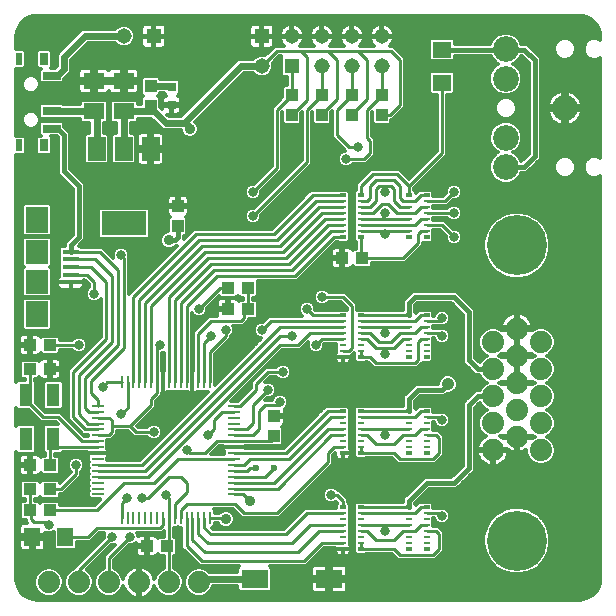
<source format=gtl>
G75*
%MOIN*%
%OFA0B0*%
%FSLAX24Y24*%
%IPPOS*%
%LPD*%
%AMOC8*
5,1,8,0,0,1.08239X$1,22.5*
%
%ADD10C,0.0740*%
%ADD11C,0.2000*%
%ADD12R,0.0630X0.0551*%
%ADD13C,0.0860*%
%ADD14R,0.0394X0.0433*%
%ADD15R,0.0315X0.0315*%
%ADD16R,0.0590X0.0790*%
%ADD17R,0.1500X0.0790*%
%ADD18R,0.0709X0.0551*%
%ADD19R,0.0515X0.0515*%
%ADD20C,0.0515*%
%ADD21R,0.0394X0.0087*%
%ADD22R,0.0087X0.0394*%
%ADD23R,0.0433X0.0394*%
%ADD24R,0.0551X0.0157*%
%ADD25R,0.0748X0.0787*%
%ADD26R,0.0748X0.0866*%
%ADD27R,0.0551X0.0630*%
%ADD28R,0.0591X0.0276*%
%ADD29R,0.0236X0.0394*%
%ADD30R,0.0315X0.0394*%
%ADD31R,0.0197X0.0150*%
%ADD32R,0.0197X0.0098*%
%ADD33R,0.0433X0.0748*%
%ADD34C,0.0236*%
%ADD35R,0.0906X0.0630*%
%ADD36C,0.0120*%
%ADD37C,0.0317*%
%ADD38C,0.0356*%
%ADD39C,0.0472*%
%ADD40C,0.0100*%
%ADD41C,0.0160*%
%ADD42C,0.0413*%
%ADD43C,0.0240*%
D10*
X001827Y000860D03*
X002827Y000860D03*
X003827Y000860D03*
X004827Y000860D03*
X005827Y000860D03*
X006827Y000860D03*
X016627Y005254D03*
X016627Y006156D03*
X017427Y006605D03*
X018227Y006156D03*
X017427Y005703D03*
X018227Y005254D03*
X018227Y007058D03*
X017427Y007506D03*
X018227Y007959D03*
X017427Y008408D03*
X018227Y008861D03*
X017427Y009310D03*
X016627Y008861D03*
X016627Y007959D03*
X016627Y007058D03*
D11*
X017427Y002239D03*
X017427Y012081D03*
D12*
X014927Y017509D03*
X014927Y018611D03*
D13*
X017059Y018629D03*
X017059Y017644D03*
X019027Y016660D03*
X017059Y015676D03*
X017059Y014691D03*
D14*
X012927Y016425D03*
X012927Y017095D03*
X011927Y017095D03*
X011927Y016425D03*
X010927Y016425D03*
X010927Y017095D03*
X009927Y017095D03*
X009927Y016425D03*
X006127Y013395D03*
X006127Y012725D03*
X005227Y016725D03*
X005227Y017395D03*
X009327Y006395D03*
X009327Y005725D03*
D15*
X005927Y016765D03*
X005927Y017355D03*
D16*
X005217Y015300D03*
X004317Y015300D03*
X003417Y015300D03*
D17*
X004327Y012820D03*
D18*
X004327Y016548D03*
X003327Y016548D03*
X003327Y017572D03*
X004327Y017572D03*
D19*
X005327Y019060D03*
X008927Y019060D03*
X009927Y018060D03*
D20*
X008927Y018060D03*
X009927Y019060D03*
X010927Y019060D03*
X011927Y019060D03*
X012927Y019060D03*
X012927Y018060D03*
X011927Y018060D03*
X010927Y018060D03*
X004327Y019060D03*
D21*
X003464Y006736D03*
X003464Y006540D03*
X003464Y006343D03*
X003464Y006146D03*
X003464Y005949D03*
X003464Y005752D03*
X003464Y005555D03*
X003464Y005358D03*
X003464Y005162D03*
X003464Y004965D03*
X003464Y004768D03*
X003464Y004571D03*
X003464Y004374D03*
X003464Y004177D03*
X003464Y003980D03*
X003464Y003784D03*
X007991Y003784D03*
X007991Y003980D03*
X007991Y004177D03*
X007991Y004374D03*
X007991Y004571D03*
X007991Y004768D03*
X007991Y004965D03*
X007991Y005162D03*
X007991Y005358D03*
X007991Y005555D03*
X007991Y005752D03*
X007991Y005949D03*
X007991Y006146D03*
X007991Y006343D03*
X007991Y006540D03*
X007991Y006736D03*
D22*
X007204Y007524D03*
X007007Y007524D03*
X006810Y007524D03*
X006613Y007524D03*
X006416Y007524D03*
X006219Y007524D03*
X006023Y007524D03*
X005826Y007524D03*
X005629Y007524D03*
X005432Y007524D03*
X005235Y007524D03*
X005038Y007524D03*
X004842Y007524D03*
X004645Y007524D03*
X004448Y007524D03*
X004251Y007524D03*
X004251Y002996D03*
X004448Y002996D03*
X004645Y002996D03*
X004842Y002996D03*
X005038Y002996D03*
X005235Y002996D03*
X005432Y002996D03*
X005629Y002996D03*
X005826Y002996D03*
X006023Y002996D03*
X006219Y002996D03*
X006416Y002996D03*
X006613Y002996D03*
X006810Y002996D03*
X007007Y002996D03*
X007204Y002996D03*
D23*
X005762Y002060D03*
X005093Y002060D03*
X001862Y003260D03*
X001193Y003260D03*
X001193Y003960D03*
X001862Y003960D03*
X001862Y004760D03*
X001193Y004760D03*
X001193Y007960D03*
X001862Y007960D03*
X001862Y008760D03*
X001193Y008760D03*
X007793Y009960D03*
X008462Y009960D03*
X008462Y010660D03*
X007793Y010660D03*
X011593Y011660D03*
X012262Y011660D03*
D24*
X002549Y011616D03*
X002549Y011872D03*
X002549Y011360D03*
X002549Y011104D03*
X002549Y010848D03*
D25*
X001427Y010868D03*
X001427Y011852D03*
D26*
X001427Y012935D03*
X001427Y009785D03*
D27*
X001276Y002360D03*
X002379Y002360D03*
D28*
X001916Y015974D03*
X001916Y016565D03*
X001916Y017746D03*
D29*
X000834Y018297D03*
X000834Y015423D03*
D30*
X001660Y015423D03*
X001660Y018297D03*
D31*
X011632Y013749D03*
X012223Y013749D03*
X012223Y012371D03*
X011632Y012371D03*
X013832Y012371D03*
X014423Y012371D03*
X014423Y013749D03*
X013832Y013749D03*
X013832Y009749D03*
X014423Y009749D03*
X014423Y008371D03*
X013832Y008371D03*
X012223Y008371D03*
X011632Y008371D03*
X011632Y009749D03*
X012223Y009749D03*
X012223Y006549D03*
X011632Y006549D03*
X011632Y005171D03*
X012223Y005171D03*
X013832Y005171D03*
X014423Y005171D03*
X014423Y006549D03*
X013832Y006549D03*
X013832Y003349D03*
X014423Y003349D03*
X014423Y001971D03*
X013832Y001971D03*
X012223Y001971D03*
X011632Y001971D03*
X011632Y003349D03*
X012223Y003349D03*
D32*
X012223Y003152D03*
X012223Y002955D03*
X012223Y002758D03*
X012223Y002562D03*
X012223Y002365D03*
X012223Y002168D03*
X011632Y002168D03*
X011632Y002365D03*
X011632Y002562D03*
X011632Y002758D03*
X011632Y002955D03*
X011632Y003152D03*
X013832Y003152D03*
X013832Y002955D03*
X013832Y002758D03*
X013832Y002562D03*
X013832Y002365D03*
X013832Y002168D03*
X014423Y002168D03*
X014423Y002365D03*
X014423Y002562D03*
X014423Y002758D03*
X014423Y002955D03*
X014423Y003152D03*
X014423Y005368D03*
X014423Y005565D03*
X014423Y005762D03*
X014423Y005958D03*
X014423Y006155D03*
X014423Y006352D03*
X013832Y006352D03*
X013832Y006155D03*
X013832Y005958D03*
X013832Y005762D03*
X013832Y005565D03*
X013832Y005368D03*
X012223Y005368D03*
X012223Y005565D03*
X012223Y005762D03*
X012223Y005958D03*
X012223Y006155D03*
X012223Y006352D03*
X011632Y006352D03*
X011632Y006155D03*
X011632Y005958D03*
X011632Y005762D03*
X011632Y005565D03*
X011632Y005368D03*
X011632Y008568D03*
X011632Y008765D03*
X011632Y008962D03*
X011632Y009158D03*
X011632Y009355D03*
X011632Y009552D03*
X012223Y009552D03*
X012223Y009355D03*
X012223Y009158D03*
X012223Y008962D03*
X012223Y008765D03*
X012223Y008568D03*
X013832Y008568D03*
X013832Y008765D03*
X013832Y008962D03*
X013832Y009158D03*
X013832Y009355D03*
X013832Y009552D03*
X014423Y009552D03*
X014423Y009355D03*
X014423Y009158D03*
X014423Y008962D03*
X014423Y008765D03*
X014423Y008568D03*
X014423Y012568D03*
X014423Y012765D03*
X014423Y012962D03*
X014423Y013158D03*
X014423Y013355D03*
X014423Y013552D03*
X013832Y013552D03*
X013832Y013355D03*
X013832Y013158D03*
X013832Y012962D03*
X013832Y012765D03*
X013832Y012568D03*
X012223Y012568D03*
X012223Y012765D03*
X012223Y012962D03*
X012223Y013158D03*
X012223Y013355D03*
X012223Y013552D03*
X011632Y013552D03*
X011632Y013355D03*
X011632Y013158D03*
X011632Y012962D03*
X011632Y012765D03*
X011632Y012568D03*
D33*
X001980Y007088D03*
X001075Y007088D03*
X001075Y005632D03*
X001980Y005632D03*
D34*
X008727Y004660D03*
X009327Y004660D03*
D35*
X008687Y000960D03*
X011168Y000960D03*
D36*
X001391Y000634D02*
X000828Y000634D01*
X000820Y000644D02*
X000756Y000843D01*
X000747Y000947D01*
X000747Y005199D01*
X000808Y005138D01*
X001341Y005138D01*
X001411Y005208D01*
X001411Y006055D01*
X001341Y006126D01*
X000808Y006126D01*
X000747Y006065D01*
X000747Y006655D01*
X000808Y006594D01*
X001153Y006594D01*
X001557Y006190D01*
X002057Y006190D01*
X002121Y006126D01*
X001714Y006126D01*
X001644Y006055D01*
X001644Y005208D01*
X001692Y005160D01*
X001692Y005077D01*
X001596Y005077D01*
X001551Y005032D01*
X001537Y005055D01*
X001507Y005085D01*
X001471Y005106D01*
X001430Y005117D01*
X001231Y005117D01*
X001231Y004798D01*
X001154Y004798D01*
X001154Y004722D01*
X000816Y004722D01*
X000816Y004542D01*
X000827Y004501D01*
X000848Y004465D01*
X000878Y004435D01*
X000914Y004414D01*
X000955Y004403D01*
X001154Y004403D01*
X001154Y004722D01*
X001231Y004722D01*
X001231Y004403D01*
X001430Y004403D01*
X001471Y004414D01*
X001507Y004435D01*
X001537Y004465D01*
X001551Y004488D01*
X001596Y004443D01*
X002128Y004443D01*
X002199Y004513D01*
X002199Y005007D01*
X002128Y005077D01*
X002032Y005077D01*
X002032Y005138D01*
X002246Y005138D01*
X002297Y005188D01*
X003107Y005188D01*
X003107Y005162D01*
X003464Y005162D01*
X003820Y005162D01*
X003820Y005226D01*
X003810Y005267D01*
X003788Y005303D01*
X003780Y005311D01*
X003780Y005451D01*
X003775Y005457D01*
X003780Y005462D01*
X003780Y005582D01*
X003890Y005582D01*
X004097Y005790D01*
X004097Y005890D01*
X004457Y005890D01*
X004657Y005690D01*
X005104Y005690D01*
X005170Y005624D01*
X005272Y005582D01*
X005383Y005582D01*
X005485Y005624D01*
X005563Y005702D01*
X005606Y005805D01*
X005606Y005915D01*
X005563Y006018D01*
X005485Y006096D01*
X005383Y006138D01*
X005272Y006138D01*
X005170Y006096D01*
X005104Y006030D01*
X004798Y006030D01*
X004768Y006060D01*
X005397Y006690D01*
X005397Y006890D01*
X005602Y007094D01*
X005602Y007167D01*
X005629Y007167D01*
X005693Y007167D01*
X005734Y007178D01*
X005770Y007199D01*
X005779Y007207D01*
X005919Y007207D01*
X005924Y007212D01*
X005930Y007207D01*
X006116Y007207D01*
X006121Y007212D01*
X006126Y007207D01*
X006313Y007207D01*
X006318Y007212D01*
X006323Y007207D01*
X006464Y007207D01*
X006472Y007199D01*
X006508Y007178D01*
X006549Y007167D01*
X006613Y007167D01*
X006613Y007524D01*
X006613Y007881D01*
X006586Y007881D01*
X006586Y009814D01*
X006591Y009802D01*
X006670Y009724D01*
X006772Y009682D01*
X006883Y009682D01*
X006985Y009724D01*
X007063Y009802D01*
X007106Y009905D01*
X007106Y009998D01*
X007489Y010381D01*
X007526Y010343D01*
X008059Y010343D01*
X008127Y010412D01*
X008196Y010343D01*
X008292Y010343D01*
X008292Y010277D01*
X008196Y010277D01*
X008151Y010232D01*
X008137Y010255D01*
X008107Y010285D01*
X008071Y010306D01*
X008030Y010317D01*
X007831Y010317D01*
X007831Y009998D01*
X007754Y009998D01*
X007754Y009922D01*
X007416Y009922D01*
X007416Y009742D01*
X007419Y009730D01*
X007157Y009730D01*
X007057Y009630D01*
X006640Y009213D01*
X006640Y007881D01*
X006613Y007881D01*
X006613Y007524D01*
X006613Y007524D01*
X006613Y007524D01*
X006613Y007167D01*
X006678Y007167D01*
X006718Y007178D01*
X006755Y007199D01*
X006763Y007207D01*
X006903Y007207D01*
X006908Y007212D01*
X006914Y007207D01*
X007100Y007207D01*
X007105Y007212D01*
X007111Y007207D01*
X007134Y007207D01*
X004865Y004938D01*
X003780Y004938D01*
X003780Y005012D01*
X003788Y005020D01*
X003810Y005057D01*
X003820Y005097D01*
X003820Y005162D01*
X003464Y005162D01*
X003464Y005162D01*
X003464Y005162D01*
X003107Y005162D01*
X003107Y005097D01*
X003118Y005057D01*
X003139Y005020D01*
X003147Y005012D01*
X003147Y004872D01*
X003152Y004866D01*
X003147Y004861D01*
X003147Y004675D01*
X003152Y004669D01*
X003147Y004664D01*
X003147Y004478D01*
X003152Y004473D01*
X003147Y004467D01*
X003147Y004281D01*
X003152Y004276D01*
X003147Y004270D01*
X003147Y004084D01*
X003152Y004079D01*
X003147Y004073D01*
X003147Y003887D01*
X003152Y003882D01*
X003147Y003877D01*
X003147Y003691D01*
X003217Y003620D01*
X003547Y003620D01*
X003357Y003430D01*
X002199Y003430D01*
X002199Y003507D01*
X002128Y003577D01*
X001596Y003577D01*
X001527Y003508D01*
X001459Y003577D01*
X001363Y003577D01*
X001363Y003643D01*
X001459Y003643D01*
X001527Y003712D01*
X001596Y003643D01*
X002128Y003643D01*
X002199Y003713D01*
X002199Y003790D01*
X002298Y003790D01*
X002897Y004390D01*
X002897Y004536D01*
X002963Y004602D01*
X003006Y004705D01*
X003006Y004815D01*
X002963Y004918D01*
X002885Y004996D01*
X002783Y005038D01*
X002672Y005038D01*
X002570Y004996D01*
X002491Y004918D01*
X002449Y004815D01*
X002449Y004705D01*
X002491Y004602D01*
X002557Y004536D01*
X002557Y004530D01*
X002199Y004172D01*
X002199Y004207D01*
X002128Y004277D01*
X001596Y004277D01*
X001527Y004208D01*
X001459Y004277D01*
X000926Y004277D01*
X000856Y004207D01*
X000856Y003713D01*
X000926Y003643D01*
X001023Y003643D01*
X001023Y003577D01*
X000926Y003577D01*
X000856Y003507D01*
X000856Y003013D01*
X000926Y002943D01*
X001057Y002943D01*
X001057Y002890D01*
X001112Y002835D01*
X000980Y002835D01*
X000939Y002824D01*
X000902Y002803D01*
X000873Y002773D01*
X000851Y002737D01*
X000841Y002696D01*
X000841Y002420D01*
X001216Y002420D01*
X001216Y002300D01*
X000841Y002300D01*
X000841Y002024D01*
X000851Y001983D01*
X000873Y001947D01*
X000902Y001917D01*
X000939Y001896D01*
X000980Y001885D01*
X001216Y001885D01*
X001216Y002300D01*
X001336Y002300D01*
X001336Y001885D01*
X001573Y001885D01*
X001614Y001896D01*
X001650Y001917D01*
X001680Y001947D01*
X001701Y001983D01*
X001712Y002024D01*
X001712Y002300D01*
X001336Y002300D01*
X001336Y002420D01*
X001712Y002420D01*
X001712Y002507D01*
X001772Y002482D01*
X001883Y002482D01*
X001983Y002523D01*
X001983Y001995D01*
X002053Y001925D01*
X002704Y001925D01*
X002774Y001995D01*
X002774Y002190D01*
X003198Y002190D01*
X003297Y002290D01*
X003498Y002490D01*
X003680Y002490D01*
X003649Y002415D01*
X003649Y002322D01*
X002657Y001330D01*
X002657Y001320D01*
X002550Y001275D01*
X002412Y001138D01*
X002337Y000957D01*
X002337Y000763D01*
X002412Y000582D01*
X002550Y000445D01*
X002730Y000370D01*
X002925Y000370D01*
X003105Y000445D01*
X003243Y000582D01*
X003317Y000763D01*
X003317Y000957D01*
X003243Y001138D01*
X003105Y001275D01*
X003090Y001282D01*
X003889Y002082D01*
X003983Y002082D01*
X004027Y002100D01*
X003657Y001730D01*
X003657Y001320D01*
X003550Y001275D01*
X003412Y001138D01*
X003337Y000957D01*
X003337Y000763D01*
X003412Y000582D01*
X003550Y000445D01*
X003730Y000370D01*
X003925Y000370D01*
X004105Y000445D01*
X004243Y000582D01*
X004309Y000743D01*
X004310Y000736D01*
X004336Y000657D01*
X004374Y000582D01*
X004423Y000515D01*
X004482Y000456D01*
X004550Y000407D01*
X004624Y000369D01*
X004703Y000343D01*
X004786Y000330D01*
X004787Y000330D01*
X004787Y000820D01*
X004867Y000820D01*
X004867Y000330D01*
X004869Y000330D01*
X004951Y000343D01*
X005031Y000369D01*
X005105Y000407D01*
X005173Y000456D01*
X005232Y000515D01*
X005281Y000582D01*
X005319Y000657D01*
X005344Y000736D01*
X005345Y000743D01*
X005412Y000582D01*
X005550Y000445D01*
X005730Y000370D01*
X005925Y000370D01*
X006105Y000445D01*
X006243Y000582D01*
X006317Y000763D01*
X006317Y000957D01*
X006243Y001138D01*
X006105Y001275D01*
X005997Y001320D01*
X005997Y001743D01*
X006028Y001743D01*
X006099Y001813D01*
X006099Y002307D01*
X006028Y002377D01*
X005996Y002377D01*
X005996Y002679D01*
X006116Y002679D01*
X006121Y002685D01*
X006126Y002679D01*
X006246Y002679D01*
X006246Y002001D01*
X006757Y001490D01*
X006857Y001390D01*
X008180Y001390D01*
X008114Y001325D01*
X008114Y001200D01*
X007180Y001200D01*
X007105Y001275D01*
X006925Y001350D01*
X006730Y001350D01*
X006550Y001275D01*
X006412Y001138D01*
X006337Y000957D01*
X006337Y000763D01*
X006412Y000582D01*
X006550Y000445D01*
X006730Y000370D01*
X006925Y000370D01*
X007105Y000445D01*
X007243Y000582D01*
X007300Y000720D01*
X008114Y000720D01*
X008114Y000595D01*
X008185Y000525D01*
X009190Y000525D01*
X009260Y000595D01*
X009260Y001325D01*
X009195Y001390D01*
X010398Y001390D01*
X011006Y001998D01*
X011374Y001998D01*
X011374Y001971D01*
X011374Y001875D01*
X011385Y001834D01*
X011406Y001798D01*
X011435Y001768D01*
X011472Y001747D01*
X011513Y001736D01*
X011632Y001736D01*
X011632Y001971D01*
X011374Y001971D01*
X011632Y001971D01*
X011632Y001971D01*
X011632Y001971D01*
X011632Y001736D01*
X011752Y001736D01*
X011792Y001747D01*
X011829Y001768D01*
X011859Y001798D01*
X011880Y001834D01*
X011891Y001875D01*
X011891Y001971D01*
X011891Y002067D01*
X011880Y002108D01*
X011859Y002144D01*
X011851Y002152D01*
X011851Y003473D01*
X011802Y003522D01*
X011802Y003626D01*
X011597Y003830D01*
X011498Y003930D01*
X011451Y003930D01*
X011385Y003996D01*
X011283Y004038D01*
X011172Y004038D01*
X011070Y003996D01*
X010991Y003918D01*
X010949Y003815D01*
X010949Y003705D01*
X010991Y003602D01*
X011070Y003524D01*
X011172Y003482D01*
X011283Y003482D01*
X011385Y003524D01*
X011404Y003543D01*
X011444Y003503D01*
X011414Y003473D01*
X011414Y003322D01*
X010349Y003322D01*
X010249Y003223D01*
X009657Y002630D01*
X007298Y002630D01*
X007248Y002679D01*
X007297Y002679D01*
X007367Y002750D01*
X007367Y002826D01*
X007460Y002826D01*
X007475Y002791D01*
X007558Y002707D01*
X007668Y002662D01*
X007787Y002662D01*
X007896Y002707D01*
X007980Y002791D01*
X008025Y002901D01*
X008025Y003019D01*
X007980Y003129D01*
X007896Y003213D01*
X007787Y003258D01*
X007668Y003258D01*
X007558Y003213D01*
X007512Y003166D01*
X007367Y003166D01*
X007367Y003243D01*
X007320Y003290D01*
X007957Y003290D01*
X008257Y002990D01*
X009498Y002990D01*
X009597Y003090D01*
X011297Y004790D01*
X011297Y005090D01*
X011374Y005166D01*
X011374Y005075D01*
X011385Y005034D01*
X011406Y004998D01*
X011435Y004968D01*
X011472Y004947D01*
X011513Y004936D01*
X011632Y004936D01*
X011632Y005171D01*
X011632Y005171D01*
X011632Y004936D01*
X011752Y004936D01*
X011792Y004947D01*
X011829Y004968D01*
X011859Y004998D01*
X011880Y005034D01*
X011891Y005075D01*
X011891Y005171D01*
X011891Y005267D01*
X011880Y005308D01*
X011859Y005344D01*
X011851Y005352D01*
X011851Y006673D01*
X011780Y006744D01*
X011484Y006744D01*
X011459Y006719D01*
X011046Y006719D01*
X010946Y006619D01*
X009659Y005332D01*
X008348Y005332D01*
X008348Y005358D01*
X007991Y005358D01*
X007634Y005358D01*
X007634Y005294D01*
X007645Y005253D01*
X007666Y005217D01*
X007674Y005209D01*
X007674Y005135D01*
X007243Y005135D01*
X007493Y005385D01*
X007634Y005385D01*
X007634Y005358D01*
X007991Y005358D01*
X007991Y005358D01*
X007991Y005358D01*
X008348Y005358D01*
X008348Y005385D01*
X009224Y005385D01*
X009258Y005371D01*
X009291Y005385D01*
X009328Y005385D01*
X009331Y005389D01*
X009574Y005389D01*
X009644Y005459D01*
X009644Y005992D01*
X009599Y006037D01*
X009622Y006050D01*
X009652Y006080D01*
X009673Y006116D01*
X009684Y006157D01*
X009684Y006356D01*
X009366Y006356D01*
X009366Y006433D01*
X009684Y006433D01*
X009684Y006624D01*
X009685Y006624D01*
X009763Y006702D01*
X009806Y006805D01*
X009806Y006915D01*
X009763Y007018D01*
X009685Y007096D01*
X009583Y007138D01*
X009472Y007138D01*
X009370Y007096D01*
X009291Y007018D01*
X009255Y006930D01*
X009038Y006930D01*
X009089Y006982D01*
X009183Y006982D01*
X009285Y007024D01*
X009363Y007102D01*
X009406Y007205D01*
X009406Y007315D01*
X009363Y007418D01*
X009285Y007496D01*
X009183Y007538D01*
X009072Y007538D01*
X009028Y007520D01*
X009198Y007690D01*
X009404Y007690D01*
X009470Y007624D01*
X009572Y007582D01*
X009683Y007582D01*
X009785Y007624D01*
X009863Y007702D01*
X009906Y007805D01*
X009906Y007915D01*
X009863Y008018D01*
X009785Y008096D01*
X009683Y008138D01*
X009572Y008138D01*
X009470Y008096D01*
X009404Y008030D01*
X009057Y008030D01*
X008957Y007930D01*
X008557Y007530D01*
X008557Y007330D01*
X008133Y006906D01*
X007921Y006906D01*
X007914Y006900D01*
X007907Y006900D01*
X009598Y008590D01*
X010198Y008590D01*
X010467Y008859D01*
X010449Y008815D01*
X010449Y008705D01*
X010491Y008602D01*
X010570Y008524D01*
X010672Y008482D01*
X010783Y008482D01*
X010885Y008524D01*
X010963Y008602D01*
X011006Y008705D01*
X011006Y008792D01*
X011414Y008792D01*
X011414Y008552D01*
X011406Y008544D01*
X011385Y008508D01*
X011374Y008467D01*
X011374Y008371D01*
X011374Y008275D01*
X011385Y008234D01*
X011406Y008198D01*
X011435Y008168D01*
X011472Y008147D01*
X011513Y008136D01*
X011632Y008136D01*
X011632Y008371D01*
X011374Y008371D01*
X011632Y008371D01*
X011632Y008371D01*
X011632Y008371D01*
X011632Y008136D01*
X011752Y008136D01*
X011792Y008147D01*
X011829Y008168D01*
X011859Y008198D01*
X011880Y008234D01*
X011891Y008275D01*
X011891Y008371D01*
X011891Y008398D01*
X011906Y008398D01*
X011998Y008490D01*
X012004Y008496D01*
X012004Y008247D01*
X012075Y008176D01*
X012371Y008176D01*
X012396Y008201D01*
X012446Y008201D01*
X012557Y008090D01*
X012657Y007990D01*
X014098Y007990D01*
X014198Y008090D01*
X014284Y008176D01*
X014571Y008176D01*
X014641Y008247D01*
X014641Y008988D01*
X014656Y008988D01*
X014691Y008902D01*
X014770Y008824D01*
X014872Y008782D01*
X014983Y008782D01*
X015085Y008824D01*
X015163Y008902D01*
X015206Y009005D01*
X015206Y009115D01*
X015163Y009218D01*
X015085Y009296D01*
X014983Y009338D01*
X014872Y009338D01*
X014848Y009328D01*
X014641Y009328D01*
X014641Y009382D01*
X014871Y009382D01*
X014872Y009382D01*
X014983Y009382D01*
X015085Y009424D01*
X015163Y009502D01*
X015206Y009605D01*
X015206Y009715D01*
X015163Y009818D01*
X015085Y009896D01*
X014983Y009938D01*
X014872Y009938D01*
X014770Y009896D01*
X014691Y009818D01*
X014652Y009722D01*
X014641Y009722D01*
X014641Y009873D01*
X014571Y009944D01*
X014275Y009944D01*
X014250Y009919D01*
X014146Y009919D01*
X014051Y009824D01*
X014051Y009873D01*
X014032Y009892D01*
X014032Y010082D01*
X014110Y010160D01*
X015245Y010160D01*
X015627Y009777D01*
X015627Y008177D01*
X015927Y007877D01*
X016045Y007760D01*
X016180Y007760D01*
X016212Y007682D01*
X016350Y007544D01*
X016435Y007508D01*
X016350Y007473D01*
X016212Y007335D01*
X016181Y007260D01*
X016045Y007260D01*
X015927Y007143D01*
X015745Y006960D01*
X015627Y006843D01*
X015627Y004743D01*
X015245Y004360D01*
X014345Y004360D01*
X014227Y004243D01*
X013632Y003648D01*
X013632Y003519D01*
X012396Y003519D01*
X012371Y003544D01*
X012075Y003544D01*
X012004Y003473D01*
X012004Y001847D01*
X012075Y001776D01*
X012371Y001776D01*
X012385Y001790D01*
X013257Y001790D01*
X013457Y001590D01*
X014698Y001590D01*
X014797Y001690D01*
X014997Y001890D01*
X014997Y002530D01*
X016346Y002530D01*
X016378Y002649D02*
X014879Y002649D01*
X014898Y002630D02*
X014796Y002732D01*
X014641Y002732D01*
X014641Y002982D01*
X014658Y002982D01*
X014691Y002902D01*
X014770Y002824D01*
X014872Y002782D01*
X014983Y002782D01*
X015085Y002824D01*
X015163Y002902D01*
X015206Y003005D01*
X015206Y003115D01*
X015163Y003218D01*
X015085Y003296D01*
X014983Y003338D01*
X014872Y003338D01*
X014833Y003322D01*
X014641Y003322D01*
X014641Y003473D01*
X014571Y003544D01*
X014275Y003544D01*
X014250Y003519D01*
X014146Y003519D01*
X014051Y003424D01*
X014051Y003473D01*
X014037Y003487D01*
X014510Y003960D01*
X015410Y003960D01*
X015527Y004077D01*
X016027Y004577D01*
X016027Y006677D01*
X016188Y006838D01*
X016212Y006780D01*
X016350Y006642D01*
X016435Y006607D01*
X016350Y006571D01*
X016212Y006434D01*
X016137Y006254D01*
X016137Y006059D01*
X016212Y005879D01*
X016350Y005741D01*
X016385Y005726D01*
X016350Y005708D01*
X016282Y005659D01*
X016223Y005600D01*
X016174Y005532D01*
X016136Y005458D01*
X016110Y005379D01*
X016097Y005296D01*
X016097Y005294D01*
X016587Y005294D01*
X016587Y005214D01*
X016667Y005214D01*
X016667Y004724D01*
X016669Y004724D01*
X016751Y004738D01*
X016831Y004763D01*
X016905Y004801D01*
X016973Y004850D01*
X017032Y004909D01*
X017081Y004977D01*
X017119Y005051D01*
X017144Y005130D01*
X017157Y005213D01*
X017157Y005214D01*
X016667Y005214D01*
X016667Y005294D01*
X017088Y005294D01*
X017150Y005250D01*
X017224Y005212D01*
X017303Y005186D01*
X017386Y005173D01*
X017387Y005173D01*
X017387Y005663D01*
X017467Y005663D01*
X017467Y005173D01*
X017469Y005173D01*
X017551Y005186D01*
X017631Y005212D01*
X017705Y005250D01*
X017737Y005273D01*
X017737Y005157D01*
X017812Y004977D01*
X017950Y004839D01*
X018130Y004764D01*
X018325Y004764D01*
X018505Y004839D01*
X018643Y004977D01*
X018717Y005157D01*
X018717Y005352D01*
X018643Y005532D01*
X018505Y005670D01*
X018419Y005705D01*
X018505Y005741D01*
X018643Y005879D01*
X018717Y006059D01*
X018717Y006254D01*
X018643Y006434D01*
X018505Y006571D01*
X018419Y006607D01*
X018505Y006642D01*
X018643Y006780D01*
X018717Y006960D01*
X018717Y007155D01*
X018643Y007335D01*
X018505Y007473D01*
X018419Y007508D01*
X018505Y007544D01*
X018643Y007682D01*
X018717Y007862D01*
X018717Y008057D01*
X018643Y008237D01*
X018505Y008375D01*
X018419Y008410D01*
X018505Y008445D01*
X018643Y008583D01*
X018717Y008763D01*
X018717Y008958D01*
X018643Y009138D01*
X018505Y009276D01*
X018325Y009351D01*
X018130Y009351D01*
X017950Y009276D01*
X017943Y009270D01*
X017467Y009270D01*
X017467Y008780D01*
X017467Y008448D01*
X017387Y008448D01*
X017387Y008368D01*
X016912Y008368D01*
X016905Y008375D01*
X016819Y008410D01*
X016905Y008445D01*
X016908Y008448D01*
X017387Y008448D01*
X017387Y009270D01*
X016912Y009270D01*
X016905Y009276D01*
X016725Y009351D01*
X016530Y009351D01*
X016350Y009276D01*
X016212Y009138D01*
X016137Y008958D01*
X016137Y008763D01*
X016212Y008583D01*
X016350Y008445D01*
X016435Y008410D01*
X016350Y008375D01*
X016212Y008237D01*
X016189Y008181D01*
X016027Y008343D01*
X016027Y009943D01*
X015410Y010560D01*
X013945Y010560D01*
X013827Y010443D01*
X013632Y010248D01*
X013632Y009919D01*
X012396Y009919D01*
X012371Y009944D01*
X012097Y009944D01*
X012097Y010130D01*
X011797Y010430D01*
X011698Y010530D01*
X011151Y010530D01*
X011085Y010596D01*
X010983Y010638D01*
X010872Y010638D01*
X010770Y010596D01*
X010691Y010518D01*
X010649Y010415D01*
X010649Y010305D01*
X010691Y010202D01*
X010770Y010124D01*
X010872Y010082D01*
X010983Y010082D01*
X011085Y010124D01*
X011151Y010190D01*
X011557Y010190D01*
X011757Y009990D01*
X011757Y009944D01*
X011484Y009944D01*
X011459Y009919D01*
X010709Y009919D01*
X010706Y009922D01*
X010706Y010015D01*
X010663Y010118D01*
X010585Y010196D01*
X010483Y010238D01*
X010372Y010238D01*
X010270Y010196D01*
X010191Y010118D01*
X010149Y010015D01*
X010149Y009905D01*
X010191Y009802D01*
X010270Y009724D01*
X010274Y009722D01*
X009149Y009722D01*
X008965Y009538D01*
X008872Y009538D01*
X008770Y009496D01*
X008691Y009418D01*
X008649Y009315D01*
X008649Y009205D01*
X008691Y009102D01*
X008770Y009024D01*
X008872Y008982D01*
X008909Y008982D01*
X007367Y007440D01*
X007367Y007447D01*
X007374Y007453D01*
X007374Y008466D01*
X007798Y008890D01*
X007897Y008990D01*
X007897Y009036D01*
X007963Y009102D01*
X008006Y009205D01*
X008006Y009315D01*
X007975Y009390D01*
X008298Y009390D01*
X008398Y009490D01*
X008497Y009590D01*
X008497Y009643D01*
X008728Y009643D01*
X008799Y009713D01*
X008799Y010207D01*
X008728Y010277D01*
X008632Y010277D01*
X008632Y010343D01*
X008728Y010343D01*
X008799Y010413D01*
X008799Y010890D01*
X010098Y010890D01*
X011409Y012201D01*
X011459Y012201D01*
X011484Y012176D01*
X011780Y012176D01*
X011851Y012247D01*
X012004Y012247D01*
X012053Y012198D01*
X012053Y011977D01*
X011996Y011977D01*
X011951Y011932D01*
X011937Y011955D01*
X011907Y011985D01*
X011871Y012006D01*
X011830Y012017D01*
X011631Y012017D01*
X011631Y011698D01*
X011554Y011698D01*
X011554Y011622D01*
X011216Y011622D01*
X011216Y011442D01*
X011227Y011401D01*
X011248Y011365D01*
X011278Y011335D01*
X011314Y011314D01*
X011355Y011303D01*
X011554Y011303D01*
X011554Y011622D01*
X011631Y011622D01*
X011631Y011303D01*
X011830Y011303D01*
X011871Y011314D01*
X011907Y011335D01*
X011937Y011365D01*
X011951Y011388D01*
X011996Y011343D01*
X012528Y011343D01*
X012599Y011413D01*
X012599Y011490D01*
X013698Y011490D01*
X013797Y011590D01*
X014297Y012090D01*
X014297Y012176D01*
X014571Y012176D01*
X014641Y012247D01*
X015073Y012247D01*
X015091Y012202D02*
X015049Y012305D01*
X015049Y012398D01*
X014852Y012595D01*
X014641Y012595D01*
X014641Y012247D01*
X014641Y012366D02*
X015049Y012366D01*
X014963Y012484D02*
X014641Y012484D01*
X014641Y012935D02*
X014641Y012988D01*
X015105Y012988D01*
X015170Y012924D01*
X015272Y012882D01*
X015383Y012882D01*
X015485Y012924D01*
X015563Y013002D01*
X015606Y013105D01*
X015606Y013215D01*
X015563Y013318D01*
X015485Y013396D01*
X015383Y013438D01*
X015272Y013438D01*
X015170Y013396D01*
X015102Y013328D01*
X014641Y013328D01*
X014641Y013382D01*
X015090Y013382D01*
X015289Y013582D01*
X015383Y013582D01*
X015485Y013624D01*
X015563Y013702D01*
X015606Y013805D01*
X015606Y013915D01*
X015563Y014018D01*
X015485Y014096D01*
X015383Y014138D01*
X015272Y014138D01*
X015170Y014096D01*
X015091Y014018D01*
X015049Y013915D01*
X015049Y013822D01*
X014949Y013722D01*
X014641Y013722D01*
X014641Y013873D01*
X014571Y013944D01*
X014275Y013944D01*
X014261Y013930D01*
X014157Y013930D01*
X014057Y013830D01*
X014051Y013824D01*
X014051Y013873D01*
X013997Y013927D01*
X013997Y013990D01*
X015097Y015090D01*
X015097Y017113D01*
X015292Y017113D01*
X015362Y017184D01*
X015362Y017834D01*
X015292Y017904D01*
X014563Y017904D01*
X014492Y017834D01*
X014492Y017184D01*
X014563Y017113D01*
X014757Y017113D01*
X014757Y015230D01*
X013827Y014300D01*
X013498Y014630D01*
X012557Y014630D01*
X012457Y014530D01*
X012053Y014126D01*
X012053Y013922D01*
X012004Y013873D01*
X012004Y012247D01*
X012004Y012366D02*
X011851Y012366D01*
X011851Y012484D02*
X012004Y012484D01*
X012004Y012603D02*
X011851Y012603D01*
X011851Y012721D02*
X012004Y012721D01*
X012004Y012840D02*
X011851Y012840D01*
X011851Y012958D02*
X012004Y012958D01*
X012004Y013077D02*
X011851Y013077D01*
X011851Y013195D02*
X012004Y013195D01*
X012004Y013314D02*
X011851Y013314D01*
X011851Y013432D02*
X012004Y013432D01*
X012004Y013551D02*
X011851Y013551D01*
X011851Y013669D02*
X012004Y013669D01*
X012004Y013788D02*
X011851Y013788D01*
X011851Y013873D02*
X011780Y013944D01*
X011484Y013944D01*
X011459Y013919D01*
X010546Y013919D01*
X009257Y012630D01*
X006657Y012630D01*
X006557Y012530D01*
X006327Y012300D01*
X006327Y012389D01*
X006374Y012389D01*
X006444Y012459D01*
X006444Y012992D01*
X006399Y013037D01*
X006422Y013050D01*
X006452Y013080D01*
X006473Y013116D01*
X006484Y013157D01*
X006484Y013356D01*
X006166Y013356D01*
X006166Y013433D01*
X006484Y013433D01*
X006484Y013632D01*
X006473Y013673D01*
X006452Y013709D01*
X006422Y013739D01*
X006386Y013760D01*
X006345Y013771D01*
X006166Y013771D01*
X006166Y013433D01*
X006089Y013433D01*
X006089Y013356D01*
X005771Y013356D01*
X005771Y013157D01*
X005781Y013116D01*
X005802Y013080D01*
X005832Y013050D01*
X005856Y013037D01*
X005811Y012992D01*
X005811Y012558D01*
X005768Y012558D01*
X005658Y012513D01*
X005575Y012429D01*
X005529Y012319D01*
X005529Y012201D01*
X005575Y012091D01*
X005658Y012007D01*
X005768Y011962D01*
X005887Y011962D01*
X005996Y012007D01*
X006049Y012060D01*
X006087Y012060D01*
X004497Y010470D01*
X004497Y011684D01*
X004506Y011705D01*
X004506Y011815D01*
X004463Y011918D01*
X004385Y011996D01*
X004283Y012038D01*
X004172Y012038D01*
X004070Y011996D01*
X003991Y011918D01*
X003949Y011815D01*
X003949Y011705D01*
X003967Y011661D01*
X003686Y011942D01*
X003586Y012042D01*
X002903Y012042D01*
X002875Y012071D01*
X002821Y012071D01*
X002910Y012160D01*
X003027Y012277D01*
X003027Y014143D01*
X008670Y014143D01*
X008665Y014138D02*
X008572Y014138D01*
X008470Y014096D01*
X008391Y014018D01*
X008349Y013915D01*
X008349Y013805D01*
X008391Y013702D01*
X008470Y013624D01*
X008572Y013582D01*
X008683Y013582D01*
X008785Y013624D01*
X008863Y013702D01*
X008906Y013805D01*
X008906Y013898D01*
X009498Y014490D01*
X009597Y014590D01*
X009597Y016524D01*
X009611Y016537D01*
X009611Y016159D01*
X009681Y016089D01*
X010174Y016089D01*
X010244Y016159D01*
X010244Y016502D01*
X010257Y016515D01*
X010257Y014930D01*
X008665Y013338D01*
X008572Y013338D01*
X008470Y013296D01*
X008391Y013218D01*
X008349Y013115D01*
X008349Y013005D01*
X008391Y012902D01*
X008470Y012824D01*
X008572Y012782D01*
X008683Y012782D01*
X008785Y012824D01*
X008863Y012902D01*
X008906Y013005D01*
X008906Y013098D01*
X010498Y014690D01*
X010597Y014790D01*
X010597Y016524D01*
X010611Y016537D01*
X010611Y016159D01*
X010681Y016089D01*
X011174Y016089D01*
X011244Y016159D01*
X011244Y016536D01*
X011257Y016550D01*
X011257Y015690D01*
X011657Y015290D01*
X011709Y015238D01*
X011672Y015238D01*
X011570Y015196D01*
X011491Y015118D01*
X011449Y015015D01*
X011449Y014905D01*
X011491Y014802D01*
X011570Y014724D01*
X011672Y014682D01*
X011783Y014682D01*
X011885Y014724D01*
X011951Y014790D01*
X012398Y014790D01*
X012497Y014890D01*
X012697Y015090D01*
X012697Y015630D01*
X012598Y015730D01*
X012597Y015730D01*
X012597Y016524D01*
X012611Y016537D01*
X012611Y016159D01*
X012681Y016089D01*
X013174Y016089D01*
X013244Y016159D01*
X013244Y016255D01*
X013263Y016255D01*
X013598Y016590D01*
X013697Y016690D01*
X013697Y018330D01*
X013397Y018630D01*
X013298Y018730D01*
X013183Y018730D01*
X013199Y018742D01*
X013246Y018788D01*
X013284Y018841D01*
X013314Y018900D01*
X013335Y018962D01*
X013345Y019027D01*
X013345Y019041D01*
X012946Y019041D01*
X012946Y019079D01*
X012909Y019079D01*
X012909Y019477D01*
X012895Y019477D01*
X012830Y019467D01*
X012767Y019447D01*
X012709Y019417D01*
X012655Y019378D01*
X012609Y019332D01*
X012570Y019279D01*
X012540Y019220D01*
X012520Y019158D01*
X012510Y019093D01*
X012510Y019079D01*
X012909Y019079D01*
X012909Y019041D01*
X012510Y019041D01*
X012510Y019027D01*
X012520Y018962D01*
X012540Y018900D01*
X012570Y018841D01*
X012609Y018788D01*
X012655Y018742D01*
X012671Y018730D01*
X012183Y018730D01*
X012199Y018742D01*
X012246Y018788D01*
X012284Y018841D01*
X012314Y018900D01*
X012335Y018962D01*
X012345Y019027D01*
X012345Y019041D01*
X011946Y019041D01*
X011946Y019079D01*
X011909Y019079D01*
X011909Y019477D01*
X011895Y019477D01*
X011830Y019467D01*
X011767Y019447D01*
X011709Y019417D01*
X011655Y019378D01*
X011609Y019332D01*
X011570Y019279D01*
X011540Y019220D01*
X011520Y019158D01*
X011510Y019093D01*
X011510Y019079D01*
X011909Y019079D01*
X011909Y019041D01*
X011510Y019041D01*
X011510Y019027D01*
X011520Y018962D01*
X011540Y018900D01*
X011570Y018841D01*
X011609Y018788D01*
X011655Y018742D01*
X011671Y018730D01*
X011183Y018730D01*
X011199Y018742D01*
X011246Y018788D01*
X011284Y018841D01*
X011314Y018900D01*
X011335Y018962D01*
X011345Y019027D01*
X011345Y019041D01*
X010946Y019041D01*
X010946Y019079D01*
X010909Y019079D01*
X010909Y019477D01*
X010895Y019477D01*
X010830Y019467D01*
X010767Y019447D01*
X010709Y019417D01*
X010655Y019378D01*
X010609Y019332D01*
X010570Y019279D01*
X010540Y019220D01*
X010520Y019158D01*
X010510Y019093D01*
X010510Y019079D01*
X010909Y019079D01*
X010909Y019041D01*
X010510Y019041D01*
X010510Y019027D01*
X010520Y018962D01*
X010540Y018900D01*
X010570Y018841D01*
X010609Y018788D01*
X010655Y018742D01*
X010671Y018730D01*
X010183Y018730D01*
X010199Y018742D01*
X010246Y018788D01*
X010284Y018841D01*
X010314Y018900D01*
X010335Y018962D01*
X010345Y019027D01*
X010345Y019041D01*
X009946Y019041D01*
X009946Y019079D01*
X009909Y019079D01*
X009909Y019477D01*
X009895Y019477D01*
X009830Y019467D01*
X009767Y019447D01*
X009709Y019417D01*
X009655Y019378D01*
X009609Y019332D01*
X009570Y019279D01*
X009540Y019220D01*
X009520Y019158D01*
X009510Y019093D01*
X009510Y019079D01*
X009909Y019079D01*
X009909Y019041D01*
X009510Y019041D01*
X009510Y019027D01*
X009520Y018962D01*
X009540Y018900D01*
X009570Y018841D01*
X009609Y018788D01*
X009655Y018742D01*
X009671Y018730D01*
X009357Y018730D01*
X009046Y018419D01*
X009002Y018437D01*
X008852Y018437D01*
X008714Y018380D01*
X008634Y018300D01*
X008180Y018300D01*
X008091Y018263D01*
X008024Y018196D01*
X006228Y016400D01*
X005827Y016400D01*
X005780Y016447D01*
X005909Y016447D01*
X005909Y016746D01*
X005946Y016746D01*
X005946Y016447D01*
X006106Y016447D01*
X006147Y016458D01*
X006183Y016479D01*
X006213Y016509D01*
X006234Y016545D01*
X006245Y016586D01*
X006245Y016746D01*
X005946Y016746D01*
X005946Y016783D01*
X006245Y016783D01*
X006245Y016943D01*
X006234Y016984D01*
X006213Y017020D01*
X006183Y017050D01*
X006147Y017071D01*
X006122Y017078D01*
X006135Y017078D01*
X006205Y017148D01*
X006205Y017562D01*
X006135Y017633D01*
X005940Y017633D01*
X005936Y017635D01*
X005544Y017635D01*
X005544Y017661D01*
X005474Y017731D01*
X004981Y017731D01*
X004911Y017661D01*
X004911Y017128D01*
X004979Y017060D01*
X004911Y016992D01*
X004911Y016788D01*
X004802Y016788D01*
X004802Y016873D01*
X004731Y016944D01*
X003923Y016944D01*
X003853Y016873D01*
X003853Y016223D01*
X003923Y016153D01*
X004077Y016153D01*
X004077Y015815D01*
X003973Y015815D01*
X003902Y015745D01*
X003902Y014855D01*
X003973Y014785D01*
X004662Y014785D01*
X004732Y014855D01*
X004732Y015745D01*
X004662Y015815D01*
X004557Y015815D01*
X004557Y016153D01*
X004731Y016153D01*
X004802Y016223D01*
X004802Y016308D01*
X005240Y016308D01*
X005524Y016024D01*
X005591Y015957D01*
X005680Y015920D01*
X006229Y015920D01*
X006229Y015901D01*
X006275Y015791D01*
X006358Y015707D01*
X006468Y015662D01*
X006587Y015662D01*
X006696Y015707D01*
X006780Y015791D01*
X006825Y015901D01*
X006825Y016019D01*
X006780Y016129D01*
X006708Y016201D01*
X008327Y017820D01*
X008634Y017820D01*
X008714Y017740D01*
X008852Y017683D01*
X009002Y017683D01*
X009141Y017740D01*
X009247Y017846D01*
X009305Y017985D01*
X009305Y018135D01*
X009287Y018179D01*
X009498Y018390D01*
X009573Y018390D01*
X009550Y018367D01*
X009550Y017753D01*
X009620Y017683D01*
X009757Y017683D01*
X009757Y017431D01*
X009681Y017431D01*
X009611Y017361D01*
X009611Y017018D01*
X009257Y016665D01*
X009257Y014730D01*
X008665Y014138D01*
X008788Y014262D02*
X002909Y014262D01*
X002910Y014260D02*
X002527Y014643D01*
X002527Y015843D01*
X002332Y016039D01*
X003177Y016039D01*
X003177Y016153D02*
X003177Y015815D01*
X003073Y015815D01*
X003002Y015745D01*
X003002Y014855D01*
X003073Y014785D01*
X003762Y014785D01*
X003832Y014855D01*
X003832Y015745D01*
X003762Y015815D01*
X003657Y015815D01*
X003657Y016153D01*
X003731Y016153D01*
X003802Y016223D01*
X003802Y016873D01*
X003731Y016944D01*
X002923Y016944D01*
X002853Y016873D01*
X002853Y016788D01*
X002296Y016788D01*
X002261Y016823D01*
X001571Y016823D01*
X001501Y016752D01*
X001501Y016385D01*
X001479Y016438D01*
X001396Y016521D01*
X001286Y016567D01*
X001168Y016567D01*
X001059Y016521D01*
X000975Y016438D01*
X000930Y016329D01*
X000930Y016210D01*
X000975Y016101D01*
X001059Y016018D01*
X001168Y015972D01*
X001286Y015972D01*
X001396Y016018D01*
X001479Y016101D01*
X001501Y016154D01*
X001501Y015787D01*
X001548Y015740D01*
X001453Y015740D01*
X001383Y015670D01*
X001383Y015176D01*
X001453Y015106D01*
X001868Y015106D01*
X001938Y015176D01*
X001938Y015670D01*
X001891Y015716D01*
X002088Y015716D01*
X002127Y015677D01*
X002127Y014477D01*
X002245Y014360D01*
X002627Y013977D01*
X002627Y012443D01*
X002349Y012165D01*
X002349Y012071D01*
X002224Y012071D01*
X002154Y012000D01*
X002154Y011033D01*
X002146Y011025D01*
X002125Y010989D01*
X002114Y010948D01*
X002114Y010848D01*
X002114Y010748D01*
X002125Y010708D01*
X002146Y010671D01*
X002176Y010641D01*
X002212Y010620D01*
X002253Y010609D01*
X002549Y010609D01*
X002549Y010848D01*
X002114Y010848D01*
X002549Y010848D01*
X002549Y010848D01*
X002549Y010848D01*
X002549Y010609D01*
X002846Y010609D01*
X002887Y010620D01*
X002923Y010641D01*
X002953Y010671D01*
X002974Y010708D01*
X002985Y010748D01*
X002985Y010848D01*
X002549Y010848D01*
X002549Y010848D01*
X002985Y010848D01*
X002985Y010934D01*
X003013Y010934D01*
X003157Y010790D01*
X003157Y010684D01*
X003091Y010618D01*
X003049Y010515D01*
X003049Y010405D01*
X003091Y010302D01*
X003170Y010224D01*
X003272Y010182D01*
X003383Y010182D01*
X003485Y010224D01*
X003557Y010296D01*
X003557Y009030D01*
X002557Y008030D01*
X002557Y008030D01*
X002457Y007930D01*
X002457Y006290D01*
X002557Y006190D01*
X002968Y005779D01*
X003147Y005779D01*
X003147Y005725D01*
X003003Y005725D01*
X002297Y006430D01*
X002198Y006530D01*
X001698Y006530D01*
X001411Y006817D01*
X001411Y007512D01*
X001363Y007560D01*
X001363Y007643D01*
X001459Y007643D01*
X001504Y007688D01*
X001517Y007665D01*
X001547Y007635D01*
X001584Y007614D01*
X001624Y007603D01*
X001824Y007603D01*
X001824Y007922D01*
X001900Y007922D01*
X001900Y007603D01*
X002100Y007603D01*
X002140Y007614D01*
X002177Y007635D01*
X002207Y007665D01*
X002228Y007701D01*
X002239Y007742D01*
X002239Y007922D01*
X001900Y007922D01*
X001900Y007998D01*
X001824Y007998D01*
X001824Y008317D01*
X001624Y008317D01*
X001584Y008306D01*
X001547Y008285D01*
X001517Y008255D01*
X001504Y008232D01*
X001459Y008277D01*
X000926Y008277D01*
X000856Y008207D01*
X000856Y007713D01*
X000926Y007643D01*
X001023Y007643D01*
X001023Y007582D01*
X000808Y007582D01*
X000747Y007521D01*
X000747Y015106D01*
X001001Y015106D01*
X001072Y015176D01*
X001072Y015670D01*
X001001Y015740D01*
X000747Y015740D01*
X000747Y017980D01*
X001001Y017980D01*
X001072Y018050D01*
X001072Y018544D01*
X001001Y018614D01*
X000747Y018614D01*
X000747Y019058D01*
X000756Y019162D01*
X000820Y019361D01*
X000943Y019530D01*
X001112Y019652D01*
X001310Y019717D01*
X001415Y019725D01*
X019525Y019725D01*
X019629Y019717D01*
X019828Y019652D01*
X019997Y019530D01*
X020120Y019361D01*
X020184Y019162D01*
X020192Y019058D01*
X020192Y018939D01*
X020082Y018985D01*
X019941Y018985D01*
X019810Y018930D01*
X019710Y018830D01*
X019655Y018699D01*
X019655Y018558D01*
X019710Y018427D01*
X019810Y018327D01*
X019941Y018272D01*
X020082Y018272D01*
X020192Y018318D01*
X020192Y015002D01*
X020082Y015048D01*
X019941Y015048D01*
X019810Y014993D01*
X019710Y014893D01*
X019655Y014762D01*
X019655Y014621D01*
X019710Y014490D01*
X019810Y014390D01*
X019941Y014335D01*
X020082Y014335D01*
X020192Y014381D01*
X020192Y000947D01*
X020184Y000843D01*
X020120Y000644D01*
X019997Y000475D01*
X019828Y000353D01*
X019629Y000288D01*
X019525Y000280D01*
X001415Y000280D01*
X001310Y000288D01*
X001112Y000353D01*
X000943Y000475D01*
X000820Y000644D01*
X000785Y000753D02*
X001342Y000753D01*
X001337Y000763D02*
X001412Y000582D01*
X001550Y000445D01*
X001730Y000370D01*
X001925Y000370D01*
X002105Y000445D01*
X002243Y000582D01*
X002317Y000763D01*
X002317Y000957D01*
X002243Y001138D01*
X002105Y001275D01*
X001925Y001350D01*
X001730Y001350D01*
X001550Y001275D01*
X001412Y001138D01*
X001337Y000957D01*
X001337Y000763D01*
X001337Y000871D02*
X000753Y000871D01*
X000747Y000990D02*
X001351Y000990D01*
X001400Y001108D02*
X000747Y001108D01*
X000747Y001227D02*
X001501Y001227D01*
X001718Y001345D02*
X000747Y001345D01*
X000747Y001464D02*
X002790Y001464D01*
X002909Y001582D02*
X000747Y001582D01*
X000747Y001701D02*
X003027Y001701D01*
X003146Y001819D02*
X000747Y001819D01*
X000747Y001938D02*
X000882Y001938D01*
X000841Y002056D02*
X000747Y002056D01*
X000747Y002175D02*
X000841Y002175D01*
X000841Y002293D02*
X000747Y002293D01*
X000747Y002412D02*
X001216Y002412D01*
X001216Y002293D02*
X001336Y002293D01*
X001336Y002175D02*
X001216Y002175D01*
X001216Y002056D02*
X001336Y002056D01*
X001336Y001938D02*
X001216Y001938D01*
X001671Y001938D02*
X002041Y001938D01*
X001983Y002056D02*
X001712Y002056D01*
X001712Y002175D02*
X001983Y002175D01*
X001983Y002293D02*
X001712Y002293D01*
X001983Y002412D02*
X001336Y002412D01*
X000841Y002530D02*
X000747Y002530D01*
X000747Y002649D02*
X000841Y002649D01*
X000869Y002767D02*
X000747Y002767D01*
X000747Y002886D02*
X001061Y002886D01*
X000866Y003004D02*
X000747Y003004D01*
X000747Y003123D02*
X000856Y003123D01*
X000856Y003241D02*
X000747Y003241D01*
X000747Y003360D02*
X000856Y003360D01*
X000856Y003478D02*
X000747Y003478D01*
X000747Y003597D02*
X001023Y003597D01*
X000856Y003715D02*
X000747Y003715D01*
X000747Y003834D02*
X000856Y003834D01*
X000856Y003952D02*
X000747Y003952D01*
X000747Y004071D02*
X000856Y004071D01*
X000856Y004189D02*
X000747Y004189D01*
X000747Y004308D02*
X002334Y004308D01*
X002453Y004426D02*
X001492Y004426D01*
X001231Y004426D02*
X001154Y004426D01*
X001154Y004545D02*
X001231Y004545D01*
X001231Y004663D02*
X001154Y004663D01*
X001154Y004782D02*
X000747Y004782D01*
X000816Y004798D02*
X001154Y004798D01*
X001154Y005117D01*
X000955Y005117D01*
X000914Y005106D01*
X000878Y005085D01*
X000848Y005055D01*
X000827Y005019D01*
X000816Y004978D01*
X000816Y004798D01*
X000816Y004900D02*
X000747Y004900D01*
X000747Y005019D02*
X000827Y005019D01*
X000747Y005137D02*
X001692Y005137D01*
X001644Y005256D02*
X001411Y005256D01*
X001411Y005374D02*
X001644Y005374D01*
X001644Y005493D02*
X001411Y005493D01*
X001411Y005611D02*
X001644Y005611D01*
X001644Y005730D02*
X001411Y005730D01*
X001411Y005848D02*
X001644Y005848D01*
X001644Y005967D02*
X001411Y005967D01*
X001382Y006085D02*
X001673Y006085D01*
X001543Y006204D02*
X000747Y006204D01*
X000747Y006322D02*
X001425Y006322D01*
X001306Y006441D02*
X000747Y006441D01*
X000747Y006559D02*
X001188Y006559D01*
X001432Y006796D02*
X001644Y006796D01*
X001644Y006678D02*
X001550Y006678D01*
X001644Y006665D02*
X001714Y006594D01*
X002246Y006594D01*
X002317Y006665D01*
X002317Y007512D01*
X002246Y007582D01*
X001714Y007582D01*
X001644Y007512D01*
X001644Y006665D01*
X001669Y006559D02*
X002457Y006559D01*
X002457Y006441D02*
X002287Y006441D01*
X002406Y006322D02*
X002457Y006322D01*
X002524Y006204D02*
X002543Y006204D01*
X002643Y006085D02*
X002662Y006085D01*
X002761Y005967D02*
X002780Y005967D01*
X002880Y005848D02*
X002899Y005848D01*
X002998Y005730D02*
X003147Y005730D01*
X003107Y005137D02*
X002032Y005137D01*
X002187Y005019D02*
X002624Y005019D01*
X002484Y004900D02*
X002199Y004900D01*
X002199Y004782D02*
X002449Y004782D01*
X002466Y004663D02*
X002199Y004663D01*
X002199Y004545D02*
X002549Y004545D01*
X002906Y004545D02*
X003147Y004545D01*
X003147Y004663D02*
X002989Y004663D01*
X003006Y004782D02*
X003147Y004782D01*
X003147Y004900D02*
X002971Y004900D01*
X002831Y005019D02*
X003140Y005019D01*
X003147Y004426D02*
X002897Y004426D01*
X002815Y004308D02*
X003147Y004308D01*
X003147Y004189D02*
X002697Y004189D01*
X002578Y004071D02*
X003147Y004071D01*
X003147Y003952D02*
X002460Y003952D01*
X002341Y003834D02*
X003147Y003834D01*
X003147Y003715D02*
X002199Y003715D01*
X002199Y003478D02*
X003405Y003478D01*
X003523Y003597D02*
X001363Y003597D01*
X002199Y004189D02*
X002216Y004189D01*
X001231Y004900D02*
X001154Y004900D01*
X001154Y005019D02*
X001231Y005019D01*
X000816Y004663D02*
X000747Y004663D01*
X000747Y004545D02*
X000816Y004545D01*
X000747Y004426D02*
X000894Y004426D01*
X000768Y006085D02*
X000747Y006085D01*
X001411Y006915D02*
X001644Y006915D01*
X001644Y007033D02*
X001411Y007033D01*
X001411Y007152D02*
X001644Y007152D01*
X001644Y007270D02*
X001411Y007270D01*
X001411Y007389D02*
X001644Y007389D01*
X001644Y007507D02*
X001411Y007507D01*
X001363Y007626D02*
X001564Y007626D01*
X001824Y007626D02*
X001900Y007626D01*
X001900Y007744D02*
X001824Y007744D01*
X001824Y007863D02*
X001900Y007863D01*
X001900Y007981D02*
X002508Y007981D01*
X002457Y007863D02*
X002239Y007863D01*
X002239Y007744D02*
X002457Y007744D01*
X002457Y007626D02*
X002160Y007626D01*
X002317Y007507D02*
X002457Y007507D01*
X002457Y007389D02*
X002317Y007389D01*
X002317Y007270D02*
X002457Y007270D01*
X002457Y007152D02*
X002317Y007152D01*
X002317Y007033D02*
X002457Y007033D01*
X002457Y006915D02*
X002317Y006915D01*
X002317Y006796D02*
X002457Y006796D01*
X002457Y006678D02*
X002317Y006678D01*
X001023Y007626D02*
X000747Y007626D01*
X000747Y007744D02*
X000856Y007744D01*
X000856Y007863D02*
X000747Y007863D01*
X000747Y007981D02*
X000856Y007981D01*
X000856Y008100D02*
X000747Y008100D01*
X000747Y008218D02*
X000868Y008218D01*
X000747Y008337D02*
X002863Y008337D01*
X002883Y008482D02*
X002985Y008524D01*
X003063Y008602D01*
X003106Y008705D01*
X003106Y008815D01*
X003063Y008918D01*
X002985Y008996D01*
X002883Y009038D01*
X002772Y009038D01*
X002670Y008996D01*
X002604Y008930D01*
X002199Y008930D01*
X002199Y009007D01*
X002128Y009077D01*
X001596Y009077D01*
X001551Y009032D01*
X001537Y009055D01*
X001507Y009085D01*
X001471Y009106D01*
X001430Y009117D01*
X001231Y009117D01*
X001231Y008798D01*
X001154Y008798D01*
X001154Y008722D01*
X000816Y008722D01*
X000816Y008542D01*
X000827Y008501D01*
X000848Y008465D01*
X000878Y008435D01*
X000914Y008414D01*
X000955Y008403D01*
X001154Y008403D01*
X001154Y008722D01*
X001231Y008722D01*
X001231Y008403D01*
X001430Y008403D01*
X001471Y008414D01*
X001507Y008435D01*
X001537Y008465D01*
X001551Y008488D01*
X001596Y008443D01*
X002128Y008443D01*
X002199Y008513D01*
X002199Y008590D01*
X002604Y008590D01*
X002670Y008524D01*
X002772Y008482D01*
X002883Y008482D01*
X002982Y008455D02*
X002140Y008455D01*
X002199Y008574D02*
X002620Y008574D01*
X002745Y008218D02*
X002228Y008218D01*
X002228Y008219D02*
X002207Y008255D01*
X002177Y008285D01*
X002140Y008306D01*
X002100Y008317D01*
X001900Y008317D01*
X001900Y007998D01*
X002239Y007998D01*
X002239Y008178D01*
X002228Y008219D01*
X002239Y008100D02*
X002626Y008100D01*
X003035Y008574D02*
X003100Y008574D01*
X003101Y008692D02*
X003219Y008692D01*
X003106Y008811D02*
X003337Y008811D01*
X003456Y008929D02*
X003052Y008929D01*
X003557Y009048D02*
X002158Y009048D01*
X001921Y009302D02*
X001921Y010268D01*
X001851Y010338D01*
X001004Y010338D01*
X000933Y010268D01*
X000933Y009302D01*
X001004Y009232D01*
X001851Y009232D01*
X001921Y009302D01*
X001903Y009285D02*
X003557Y009285D01*
X003557Y009403D02*
X001921Y009403D01*
X001921Y009522D02*
X003557Y009522D01*
X003557Y009640D02*
X001921Y009640D01*
X001921Y009759D02*
X003557Y009759D01*
X003557Y009877D02*
X001921Y009877D01*
X001921Y009996D02*
X003557Y009996D01*
X003557Y010114D02*
X001921Y010114D01*
X001921Y010233D02*
X003161Y010233D01*
X003071Y010351D02*
X000747Y010351D01*
X000747Y010233D02*
X000933Y010233D01*
X000933Y010114D02*
X000747Y010114D01*
X000747Y009996D02*
X000933Y009996D01*
X000933Y009877D02*
X000747Y009877D01*
X000747Y009759D02*
X000933Y009759D01*
X000933Y009640D02*
X000747Y009640D01*
X000747Y009522D02*
X000933Y009522D01*
X000933Y009403D02*
X000747Y009403D01*
X000747Y009285D02*
X000951Y009285D01*
X000955Y009117D02*
X000914Y009106D01*
X000878Y009085D01*
X000848Y009055D01*
X000827Y009019D01*
X000816Y008978D01*
X000816Y008798D01*
X001154Y008798D01*
X001154Y009117D01*
X000955Y009117D01*
X000844Y009048D02*
X000747Y009048D01*
X000747Y009166D02*
X003557Y009166D01*
X003557Y010233D02*
X003494Y010233D01*
X003049Y010470D02*
X001921Y010470D01*
X001921Y010424D02*
X001921Y011311D01*
X001873Y011360D01*
X001921Y011409D01*
X001921Y012296D01*
X001851Y012366D01*
X001004Y012366D01*
X000933Y012296D01*
X000933Y011409D01*
X000982Y011360D01*
X000933Y011311D01*
X000933Y010424D01*
X001004Y010354D01*
X001851Y010354D01*
X001921Y010424D01*
X001921Y010588D02*
X003079Y010588D01*
X003157Y010707D02*
X002973Y010707D01*
X002985Y010825D02*
X003122Y010825D01*
X002549Y010825D02*
X002549Y010825D01*
X002549Y010707D02*
X002549Y010707D01*
X002125Y010707D02*
X001921Y010707D01*
X001921Y010825D02*
X002114Y010825D01*
X002114Y010944D02*
X001921Y010944D01*
X001921Y011062D02*
X002154Y011062D01*
X002154Y011181D02*
X001921Y011181D01*
X001921Y011299D02*
X002154Y011299D01*
X002154Y011418D02*
X001921Y011418D01*
X001921Y011536D02*
X002154Y011536D01*
X002154Y011655D02*
X001921Y011655D01*
X001921Y011773D02*
X002154Y011773D01*
X002154Y011892D02*
X001921Y011892D01*
X001921Y012010D02*
X002164Y012010D01*
X002349Y012129D02*
X001921Y012129D01*
X001921Y012247D02*
X002432Y012247D01*
X002550Y012366D02*
X001851Y012366D01*
X001851Y012382D02*
X001921Y012452D01*
X001921Y013418D01*
X001851Y013488D01*
X001004Y013488D01*
X000933Y013418D01*
X000933Y012452D01*
X001004Y012382D01*
X001851Y012382D01*
X001921Y012484D02*
X002627Y012484D01*
X002627Y012603D02*
X001921Y012603D01*
X001921Y012721D02*
X002627Y012721D01*
X002627Y012840D02*
X001921Y012840D01*
X001921Y012958D02*
X002627Y012958D01*
X002627Y013077D02*
X001921Y013077D01*
X001921Y013195D02*
X002627Y013195D01*
X002627Y013314D02*
X001921Y013314D01*
X001907Y013432D02*
X002627Y013432D01*
X002627Y013551D02*
X000747Y013551D01*
X000747Y013669D02*
X002627Y013669D01*
X002627Y013788D02*
X000747Y013788D01*
X000747Y013906D02*
X002627Y013906D01*
X002580Y014025D02*
X000747Y014025D01*
X000747Y014143D02*
X002461Y014143D01*
X002343Y014262D02*
X000747Y014262D01*
X000747Y014380D02*
X002224Y014380D01*
X002127Y014499D02*
X000747Y014499D01*
X000747Y014617D02*
X002127Y014617D01*
X002127Y014736D02*
X000747Y014736D01*
X000747Y014854D02*
X002127Y014854D01*
X002127Y014973D02*
X000747Y014973D01*
X000747Y015091D02*
X002127Y015091D01*
X002127Y015210D02*
X001938Y015210D01*
X001938Y015328D02*
X002127Y015328D01*
X002127Y015447D02*
X001938Y015447D01*
X001938Y015565D02*
X002127Y015565D01*
X002121Y015684D02*
X001924Y015684D01*
X001501Y015802D02*
X000747Y015802D01*
X000747Y015921D02*
X001501Y015921D01*
X001501Y016039D02*
X001417Y016039D01*
X001507Y016167D02*
X001525Y016210D01*
X001525Y016329D01*
X001507Y016372D01*
X001571Y016307D01*
X002261Y016307D01*
X002263Y016308D01*
X002853Y016308D01*
X002853Y016223D01*
X002923Y016153D01*
X003177Y016153D01*
X003177Y015921D02*
X002450Y015921D01*
X002527Y015802D02*
X003060Y015802D01*
X003002Y015684D02*
X002527Y015684D01*
X002527Y015565D02*
X003002Y015565D01*
X003002Y015447D02*
X002527Y015447D01*
X002527Y015328D02*
X003002Y015328D01*
X003002Y015210D02*
X002527Y015210D01*
X002527Y015091D02*
X003002Y015091D01*
X003002Y014973D02*
X002527Y014973D01*
X002527Y014854D02*
X003004Y014854D01*
X002672Y014499D02*
X009025Y014499D01*
X008907Y014380D02*
X002790Y014380D01*
X002910Y014260D02*
X003027Y014143D01*
X003027Y014025D02*
X008398Y014025D01*
X008349Y013906D02*
X003027Y013906D01*
X003027Y013788D02*
X008356Y013788D01*
X008425Y013669D02*
X006474Y013669D01*
X006484Y013551D02*
X008877Y013551D01*
X008830Y013669D02*
X008996Y013669D01*
X008899Y013788D02*
X009114Y013788D01*
X009233Y013906D02*
X008914Y013906D01*
X009032Y014025D02*
X009351Y014025D01*
X009470Y014143D02*
X009151Y014143D01*
X009269Y014262D02*
X009588Y014262D01*
X009707Y014380D02*
X009388Y014380D01*
X009506Y014499D02*
X009825Y014499D01*
X009944Y014617D02*
X009597Y014617D01*
X009597Y014736D02*
X010062Y014736D01*
X010181Y014854D02*
X009597Y014854D01*
X009597Y014973D02*
X010257Y014973D01*
X010257Y015091D02*
X009597Y015091D01*
X009597Y015210D02*
X010257Y015210D01*
X010257Y015328D02*
X009597Y015328D01*
X009597Y015447D02*
X010257Y015447D01*
X010257Y015565D02*
X009597Y015565D01*
X009597Y015684D02*
X010257Y015684D01*
X010257Y015802D02*
X009597Y015802D01*
X009597Y015921D02*
X010257Y015921D01*
X010257Y016039D02*
X009597Y016039D01*
X009597Y016158D02*
X009612Y016158D01*
X009597Y016276D02*
X009611Y016276D01*
X009597Y016395D02*
X009611Y016395D01*
X009597Y016513D02*
X009611Y016513D01*
X009342Y016750D02*
X007257Y016750D01*
X007375Y016869D02*
X009461Y016869D01*
X009579Y016987D02*
X007494Y016987D01*
X007612Y017106D02*
X009611Y017106D01*
X009611Y017224D02*
X007731Y017224D01*
X007849Y017343D02*
X009611Y017343D01*
X009757Y017461D02*
X007968Y017461D01*
X008086Y017580D02*
X009757Y017580D01*
X009605Y017698D02*
X009040Y017698D01*
X009218Y017817D02*
X009550Y017817D01*
X009550Y017935D02*
X009284Y017935D01*
X009305Y018054D02*
X009550Y018054D01*
X009550Y018172D02*
X009290Y018172D01*
X009398Y018291D02*
X009550Y018291D01*
X009154Y018528D02*
X002834Y018528D01*
X002953Y018646D02*
X005036Y018646D01*
X005049Y018643D02*
X005309Y018643D01*
X005309Y019041D01*
X005346Y019041D01*
X005346Y018643D01*
X005606Y018643D01*
X005647Y018653D01*
X005683Y018674D01*
X005713Y018704D01*
X005734Y018741D01*
X005745Y018781D01*
X005745Y019041D01*
X005346Y019041D01*
X005346Y019079D01*
X005309Y019079D01*
X005309Y019477D01*
X005049Y019477D01*
X005008Y019467D01*
X004972Y019446D01*
X004942Y019416D01*
X004921Y019379D01*
X004910Y019339D01*
X004910Y019079D01*
X005309Y019079D01*
X005309Y019041D01*
X004910Y019041D01*
X004910Y018781D01*
X004921Y018741D01*
X004942Y018704D01*
X004972Y018674D01*
X005008Y018653D01*
X005049Y018643D01*
X004914Y018765D02*
X004566Y018765D01*
X004541Y018740D02*
X004647Y018846D01*
X004705Y018985D01*
X004705Y019135D01*
X004647Y019274D01*
X004541Y019380D01*
X004402Y019437D01*
X004252Y019437D01*
X004114Y019380D01*
X004034Y019300D01*
X002980Y019300D01*
X002891Y019263D01*
X002191Y018563D01*
X002124Y018496D01*
X002087Y018408D01*
X002087Y018059D01*
X002032Y018004D01*
X001891Y018004D01*
X001938Y018050D01*
X001938Y018544D01*
X001868Y018614D01*
X001453Y018614D01*
X001383Y018544D01*
X001383Y018050D01*
X001453Y017980D01*
X001548Y017980D01*
X001501Y017933D01*
X001501Y017566D01*
X001479Y017619D01*
X001396Y017702D01*
X001286Y017748D01*
X001168Y017748D01*
X001059Y017702D01*
X000975Y017619D01*
X000930Y017510D01*
X000930Y017391D01*
X000975Y017282D01*
X001059Y017199D01*
X001168Y017153D01*
X001286Y017153D01*
X001396Y017199D01*
X001479Y017282D01*
X001525Y017391D01*
X001525Y017510D01*
X001507Y017553D01*
X001571Y017488D01*
X002261Y017488D01*
X002332Y017558D01*
X002332Y017625D01*
X002531Y017824D01*
X002567Y017912D01*
X002567Y018261D01*
X003127Y018820D01*
X004034Y018820D01*
X004114Y018740D01*
X004252Y018683D01*
X004402Y018683D01*
X004541Y018740D01*
X004663Y018883D02*
X004910Y018883D01*
X004910Y019002D02*
X004705Y019002D01*
X004705Y019120D02*
X004910Y019120D01*
X004910Y019239D02*
X004662Y019239D01*
X004564Y019357D02*
X004915Y019357D01*
X005042Y019476D02*
X000904Y019476D01*
X000819Y019357D02*
X004091Y019357D01*
X004089Y018765D02*
X003071Y018765D01*
X002716Y018409D02*
X008784Y018409D01*
X008909Y018643D02*
X008649Y018643D01*
X008608Y018653D01*
X008572Y018674D01*
X008542Y018704D01*
X008521Y018741D01*
X008510Y018781D01*
X008510Y019041D01*
X008909Y019041D01*
X008946Y019041D01*
X008946Y018643D01*
X009206Y018643D01*
X009247Y018653D01*
X009283Y018674D01*
X009313Y018704D01*
X009334Y018741D01*
X009345Y018781D01*
X009345Y019041D01*
X008946Y019041D01*
X008946Y019079D01*
X008909Y019079D01*
X008909Y019477D01*
X008649Y019477D01*
X008608Y019467D01*
X008572Y019446D01*
X008542Y019416D01*
X008521Y019379D01*
X008510Y019339D01*
X008510Y019079D01*
X008909Y019079D01*
X008909Y019041D01*
X008909Y018643D01*
X008909Y018646D02*
X008946Y018646D01*
X008946Y018765D02*
X008909Y018765D01*
X008909Y018883D02*
X008946Y018883D01*
X008946Y019002D02*
X008909Y019002D01*
X008946Y019079D02*
X009345Y019079D01*
X009345Y019339D01*
X009334Y019379D01*
X009313Y019416D01*
X009283Y019446D01*
X009247Y019467D01*
X009206Y019477D01*
X008946Y019477D01*
X008946Y019079D01*
X008946Y019120D02*
X008909Y019120D01*
X008909Y019239D02*
X008946Y019239D01*
X008946Y019357D02*
X008909Y019357D01*
X008909Y019476D02*
X008946Y019476D01*
X009213Y019476D02*
X009882Y019476D01*
X009909Y019476D02*
X009946Y019476D01*
X009946Y019477D02*
X009946Y019079D01*
X010345Y019079D01*
X010345Y019093D01*
X010335Y019158D01*
X010314Y019220D01*
X010284Y019279D01*
X010246Y019332D01*
X010199Y019378D01*
X010146Y019417D01*
X010088Y019447D01*
X010025Y019467D01*
X009960Y019477D01*
X009946Y019477D01*
X009972Y019476D02*
X010882Y019476D01*
X010909Y019476D02*
X010946Y019476D01*
X010946Y019477D02*
X010946Y019079D01*
X011345Y019079D01*
X011345Y019093D01*
X011335Y019158D01*
X011314Y019220D01*
X011284Y019279D01*
X011246Y019332D01*
X011199Y019378D01*
X011146Y019417D01*
X011088Y019447D01*
X011025Y019467D01*
X010960Y019477D01*
X010946Y019477D01*
X010972Y019476D02*
X011882Y019476D01*
X011909Y019476D02*
X011946Y019476D01*
X011946Y019477D02*
X011960Y019477D01*
X012025Y019467D01*
X012088Y019447D01*
X012146Y019417D01*
X012199Y019378D01*
X012246Y019332D01*
X012284Y019279D01*
X012314Y019220D01*
X012335Y019158D01*
X012345Y019093D01*
X012345Y019079D01*
X011946Y019079D01*
X011946Y019477D01*
X011972Y019476D02*
X012882Y019476D01*
X012909Y019476D02*
X012946Y019476D01*
X012946Y019477D02*
X012946Y019079D01*
X013345Y019079D01*
X013345Y019093D01*
X013335Y019158D01*
X013314Y019220D01*
X013284Y019279D01*
X013246Y019332D01*
X013199Y019378D01*
X013146Y019417D01*
X013088Y019447D01*
X013025Y019467D01*
X012960Y019477D01*
X012946Y019477D01*
X012972Y019476D02*
X020036Y019476D01*
X020121Y019357D02*
X013221Y019357D01*
X013305Y019239D02*
X020159Y019239D01*
X020187Y019120D02*
X017309Y019120D01*
X017370Y019095D02*
X017168Y019179D01*
X016949Y019179D01*
X016747Y019095D01*
X016593Y018940D01*
X016539Y018811D01*
X015362Y018811D01*
X015362Y018936D01*
X015292Y019007D01*
X014563Y019007D01*
X014492Y018936D01*
X014492Y018286D01*
X014563Y018216D01*
X015292Y018216D01*
X015362Y018286D01*
X015362Y018411D01*
X016554Y018411D01*
X016593Y018317D01*
X016747Y018162D01*
X016810Y018136D01*
X016747Y018111D01*
X016593Y017956D01*
X016509Y017754D01*
X016509Y017535D01*
X016593Y017333D01*
X016747Y017178D01*
X016949Y017094D01*
X017168Y017094D01*
X017370Y017178D01*
X017525Y017333D01*
X017609Y017535D01*
X017609Y017754D01*
X017525Y017956D01*
X017370Y018111D01*
X017308Y018136D01*
X017370Y018162D01*
X017525Y018317D01*
X017564Y018411D01*
X017593Y018411D01*
X017827Y018177D01*
X017827Y015143D01*
X017576Y014891D01*
X017571Y014891D01*
X017525Y015003D01*
X017370Y015158D01*
X017308Y015184D01*
X017370Y015209D01*
X017525Y015364D01*
X017609Y015566D01*
X017609Y015785D01*
X017525Y015987D01*
X017370Y016142D01*
X017168Y016226D01*
X016949Y016226D01*
X016747Y016142D01*
X016593Y015987D01*
X016509Y015785D01*
X016509Y015566D01*
X016593Y015364D01*
X016747Y015209D01*
X016810Y015184D01*
X016747Y015158D01*
X016593Y015003D01*
X016509Y014801D01*
X016509Y014582D01*
X016593Y014380D01*
X016747Y014225D01*
X016949Y014141D01*
X017168Y014141D01*
X017370Y014225D01*
X017525Y014380D01*
X017571Y014491D01*
X017742Y014491D01*
X017859Y014609D01*
X018227Y014977D01*
X018227Y018343D01*
X018110Y018460D01*
X017759Y018811D01*
X017579Y018811D01*
X017525Y018940D01*
X017370Y019095D01*
X017464Y019002D02*
X020192Y019002D01*
X019762Y018883D02*
X019277Y018883D01*
X019229Y018930D02*
X019098Y018985D01*
X018957Y018985D01*
X018826Y018930D01*
X018725Y018830D01*
X018671Y018699D01*
X018671Y018558D01*
X018725Y018427D01*
X018826Y018327D01*
X018957Y018272D01*
X019098Y018272D01*
X019229Y018327D01*
X019329Y018427D01*
X019384Y018558D01*
X019384Y018699D01*
X019329Y018830D01*
X019229Y018930D01*
X019357Y018765D02*
X019682Y018765D01*
X019655Y018646D02*
X019384Y018646D01*
X019371Y018528D02*
X019668Y018528D01*
X019727Y018409D02*
X019312Y018409D01*
X019142Y018291D02*
X019897Y018291D01*
X020127Y018291D02*
X020192Y018291D01*
X020192Y018172D02*
X018227Y018172D01*
X018227Y018054D02*
X020192Y018054D01*
X020192Y017935D02*
X018227Y017935D01*
X018227Y017817D02*
X020192Y017817D01*
X020192Y017698D02*
X018227Y017698D01*
X018227Y017580D02*
X020192Y017580D01*
X020192Y017461D02*
X018227Y017461D01*
X018227Y017343D02*
X020192Y017343D01*
X020192Y017224D02*
X019201Y017224D01*
X019166Y017235D02*
X019087Y017248D01*
X019087Y016720D01*
X018967Y016720D01*
X018967Y016600D01*
X018440Y016600D01*
X018452Y016522D01*
X018481Y016434D01*
X018523Y016351D01*
X018577Y016276D01*
X018227Y016276D01*
X018227Y016158D02*
X018715Y016158D01*
X018718Y016155D02*
X018801Y016113D01*
X018889Y016085D01*
X018967Y016072D01*
X018967Y016600D01*
X019087Y016600D01*
X019087Y016072D01*
X019166Y016085D01*
X019254Y016113D01*
X019337Y016155D01*
X019412Y016210D01*
X019477Y016276D01*
X019532Y016351D01*
X019574Y016434D01*
X019603Y016522D01*
X019615Y016600D01*
X019087Y016600D01*
X019087Y016720D01*
X019615Y016720D01*
X019603Y016798D01*
X019574Y016886D01*
X019532Y016969D01*
X019477Y017044D01*
X019412Y017110D01*
X019337Y017165D01*
X019254Y017207D01*
X019166Y017235D01*
X019087Y017224D02*
X018967Y017224D01*
X018967Y017248D02*
X018889Y017235D01*
X018801Y017207D01*
X018718Y017165D01*
X018643Y017110D01*
X018577Y017044D01*
X018523Y016969D01*
X018481Y016886D01*
X018452Y016798D01*
X018440Y016720D01*
X018967Y016720D01*
X018967Y017248D01*
X018854Y017224D02*
X018227Y017224D01*
X018227Y017106D02*
X018639Y017106D01*
X018536Y016987D02*
X018227Y016987D01*
X018227Y016869D02*
X018475Y016869D01*
X018444Y016750D02*
X018227Y016750D01*
X018227Y016632D02*
X018967Y016632D01*
X018967Y016750D02*
X019087Y016750D01*
X019087Y016632D02*
X020192Y016632D01*
X020192Y016750D02*
X019610Y016750D01*
X019580Y016869D02*
X020192Y016869D01*
X020192Y016987D02*
X019519Y016987D01*
X019416Y017106D02*
X020192Y017106D01*
X020192Y016513D02*
X019600Y016513D01*
X019554Y016395D02*
X020192Y016395D01*
X020192Y016276D02*
X019478Y016276D01*
X019340Y016158D02*
X020192Y016158D01*
X020192Y016039D02*
X018227Y016039D01*
X018227Y015921D02*
X020192Y015921D01*
X020192Y015802D02*
X018227Y015802D01*
X018227Y015684D02*
X020192Y015684D01*
X020192Y015565D02*
X018227Y015565D01*
X018227Y015447D02*
X020192Y015447D01*
X020192Y015328D02*
X018227Y015328D01*
X018227Y015210D02*
X020192Y015210D01*
X020192Y015091D02*
X018227Y015091D01*
X018223Y014973D02*
X018805Y014973D01*
X018826Y014993D02*
X018725Y014893D01*
X018671Y014762D01*
X018671Y014621D01*
X018725Y014490D01*
X018826Y014390D01*
X018957Y014335D01*
X019098Y014335D01*
X019229Y014390D01*
X019329Y014490D01*
X019384Y014621D01*
X019384Y014762D01*
X019329Y014893D01*
X019229Y014993D01*
X019098Y015048D01*
X018957Y015048D01*
X018826Y014993D01*
X018709Y014854D02*
X018104Y014854D01*
X017986Y014736D02*
X018671Y014736D01*
X018673Y014617D02*
X017867Y014617D01*
X017749Y014499D02*
X018722Y014499D01*
X018848Y014380D02*
X017525Y014380D01*
X017407Y014262D02*
X020192Y014262D01*
X020191Y014380D02*
X020192Y014380D01*
X020192Y014143D02*
X017172Y014143D01*
X016946Y014143D02*
X014151Y014143D01*
X014269Y014262D02*
X016711Y014262D01*
X016593Y014380D02*
X014388Y014380D01*
X014506Y014499D02*
X016543Y014499D01*
X016509Y014617D02*
X014625Y014617D01*
X014743Y014736D02*
X016509Y014736D01*
X016531Y014854D02*
X014862Y014854D01*
X014980Y014973D02*
X016580Y014973D01*
X016681Y015091D02*
X015097Y015091D01*
X015097Y015210D02*
X016747Y015210D01*
X016629Y015328D02*
X015097Y015328D01*
X015097Y015447D02*
X016558Y015447D01*
X016509Y015565D02*
X015097Y015565D01*
X015097Y015684D02*
X016509Y015684D01*
X016516Y015802D02*
X015097Y015802D01*
X015097Y015921D02*
X016565Y015921D01*
X016644Y016039D02*
X015097Y016039D01*
X015097Y016158D02*
X016785Y016158D01*
X016857Y016358D02*
X016988Y016304D01*
X017130Y016304D01*
X017261Y016358D01*
X017361Y016458D01*
X017415Y016589D01*
X017415Y016731D01*
X017361Y016862D01*
X017261Y016962D01*
X017130Y017016D01*
X016988Y017016D01*
X016857Y016962D01*
X016757Y016862D01*
X016703Y016731D01*
X016703Y016589D01*
X016757Y016458D01*
X016857Y016358D01*
X016821Y016395D02*
X015097Y016395D01*
X015097Y016513D02*
X016734Y016513D01*
X016703Y016632D02*
X015097Y016632D01*
X015097Y016750D02*
X016711Y016750D01*
X016764Y016869D02*
X015097Y016869D01*
X015097Y016987D02*
X016918Y016987D01*
X016922Y017106D02*
X015097Y017106D01*
X015362Y017224D02*
X016701Y017224D01*
X016589Y017343D02*
X015362Y017343D01*
X015362Y017461D02*
X016539Y017461D01*
X016509Y017580D02*
X015362Y017580D01*
X015362Y017698D02*
X016509Y017698D01*
X016535Y017817D02*
X015362Y017817D01*
X015362Y018291D02*
X016619Y018291D01*
X016554Y018409D02*
X015362Y018409D01*
X015362Y018883D02*
X016569Y018883D01*
X016654Y019002D02*
X015297Y019002D01*
X014557Y019002D02*
X013341Y019002D01*
X013341Y019120D02*
X016808Y019120D01*
X017549Y018883D02*
X018778Y018883D01*
X018698Y018765D02*
X017806Y018765D01*
X017924Y018646D02*
X018671Y018646D01*
X018684Y018528D02*
X018043Y018528D01*
X018161Y018409D02*
X018743Y018409D01*
X018912Y018291D02*
X018227Y018291D01*
X017827Y018172D02*
X017380Y018172D01*
X017427Y018054D02*
X017827Y018054D01*
X017827Y017935D02*
X017534Y017935D01*
X017583Y017817D02*
X017827Y017817D01*
X017827Y017698D02*
X017609Y017698D01*
X017609Y017580D02*
X017827Y017580D01*
X017827Y017461D02*
X017578Y017461D01*
X017529Y017343D02*
X017827Y017343D01*
X017827Y017224D02*
X017416Y017224D01*
X017195Y017106D02*
X017827Y017106D01*
X017827Y016987D02*
X017200Y016987D01*
X017354Y016869D02*
X017827Y016869D01*
X017827Y016750D02*
X017407Y016750D01*
X017415Y016632D02*
X017827Y016632D01*
X017827Y016513D02*
X017384Y016513D01*
X017297Y016395D02*
X017827Y016395D01*
X017827Y016276D02*
X015097Y016276D01*
X014757Y016276D02*
X013284Y016276D01*
X013243Y016158D02*
X014757Y016158D01*
X014757Y016039D02*
X012597Y016039D01*
X012597Y015921D02*
X014757Y015921D01*
X014757Y015802D02*
X012597Y015802D01*
X012644Y015684D02*
X014757Y015684D01*
X014757Y015565D02*
X012697Y015565D01*
X012697Y015447D02*
X014757Y015447D01*
X014757Y015328D02*
X012697Y015328D01*
X012697Y015210D02*
X014736Y015210D01*
X014618Y015091D02*
X012697Y015091D01*
X012580Y014973D02*
X014499Y014973D01*
X014381Y014854D02*
X012462Y014854D01*
X012544Y014617D02*
X010425Y014617D01*
X010498Y014690D02*
X010498Y014690D01*
X010543Y014736D02*
X011558Y014736D01*
X011470Y014854D02*
X010597Y014854D01*
X010597Y014973D02*
X011449Y014973D01*
X011480Y015091D02*
X010597Y015091D01*
X010597Y015210D02*
X011602Y015210D01*
X011619Y015328D02*
X010597Y015328D01*
X010597Y015447D02*
X011500Y015447D01*
X011382Y015565D02*
X010597Y015565D01*
X010597Y015684D02*
X011263Y015684D01*
X011257Y015802D02*
X010597Y015802D01*
X010597Y015921D02*
X011257Y015921D01*
X011257Y016039D02*
X010597Y016039D01*
X010597Y016158D02*
X010612Y016158D01*
X010597Y016276D02*
X010611Y016276D01*
X010597Y016395D02*
X010611Y016395D01*
X010597Y016513D02*
X010611Y016513D01*
X010257Y016513D02*
X010255Y016513D01*
X010244Y016395D02*
X010257Y016395D01*
X010244Y016276D02*
X010257Y016276D01*
X010243Y016158D02*
X010257Y016158D01*
X011243Y016158D02*
X011257Y016158D01*
X011244Y016276D02*
X011257Y016276D01*
X011244Y016395D02*
X011257Y016395D01*
X011244Y016513D02*
X011257Y016513D01*
X012597Y016513D02*
X012611Y016513D01*
X012597Y016395D02*
X012611Y016395D01*
X012597Y016276D02*
X012611Y016276D01*
X012597Y016158D02*
X012612Y016158D01*
X013402Y016395D02*
X014757Y016395D01*
X014757Y016513D02*
X013521Y016513D01*
X013639Y016632D02*
X014757Y016632D01*
X014757Y016750D02*
X013697Y016750D01*
X013697Y016869D02*
X014757Y016869D01*
X014757Y016987D02*
X013697Y016987D01*
X013697Y017106D02*
X014757Y017106D01*
X014492Y017224D02*
X013697Y017224D01*
X013697Y017343D02*
X014492Y017343D01*
X014492Y017461D02*
X013697Y017461D01*
X013697Y017580D02*
X014492Y017580D01*
X014492Y017698D02*
X013697Y017698D01*
X013697Y017817D02*
X014492Y017817D01*
X014492Y018291D02*
X013697Y018291D01*
X013697Y018172D02*
X016738Y018172D01*
X016690Y018054D02*
X013697Y018054D01*
X013697Y017935D02*
X016584Y017935D01*
X017499Y018291D02*
X017714Y018291D01*
X017595Y018409D02*
X017563Y018409D01*
X018967Y017106D02*
X019087Y017106D01*
X019087Y016987D02*
X018967Y016987D01*
X018967Y016869D02*
X019087Y016869D01*
X019087Y016513D02*
X018967Y016513D01*
X018967Y016395D02*
X019087Y016395D01*
X019087Y016276D02*
X018967Y016276D01*
X018967Y016158D02*
X019087Y016158D01*
X018718Y016155D02*
X018643Y016210D01*
X018577Y016276D01*
X018500Y016395D02*
X018227Y016395D01*
X018227Y016513D02*
X018455Y016513D01*
X017827Y016158D02*
X017333Y016158D01*
X017473Y016039D02*
X017827Y016039D01*
X017827Y015921D02*
X017553Y015921D01*
X017602Y015802D02*
X017827Y015802D01*
X017827Y015684D02*
X017609Y015684D01*
X017608Y015565D02*
X017827Y015565D01*
X017827Y015447D02*
X017559Y015447D01*
X017489Y015328D02*
X017827Y015328D01*
X017827Y015210D02*
X017370Y015210D01*
X017437Y015091D02*
X017776Y015091D01*
X017657Y014973D02*
X017538Y014973D01*
X019250Y014973D02*
X019789Y014973D01*
X019693Y014854D02*
X019346Y014854D01*
X019384Y014736D02*
X019655Y014736D01*
X019657Y014617D02*
X019382Y014617D01*
X019333Y014499D02*
X019706Y014499D01*
X019833Y014380D02*
X019206Y014380D01*
X020192Y014025D02*
X015557Y014025D01*
X015606Y013906D02*
X020192Y013906D01*
X020192Y013788D02*
X015599Y013788D01*
X015530Y013669D02*
X020192Y013669D01*
X020192Y013551D02*
X015258Y013551D01*
X015257Y013432D02*
X015140Y013432D01*
X015398Y013432D02*
X020192Y013432D01*
X020192Y013314D02*
X015565Y013314D01*
X015606Y013195D02*
X017257Y013195D01*
X017280Y013201D02*
X016995Y013125D01*
X016740Y012977D01*
X016531Y012769D01*
X016384Y012514D01*
X016307Y012229D01*
X016307Y011934D01*
X016384Y011649D01*
X016531Y011394D01*
X016740Y011185D01*
X016995Y011038D01*
X017280Y010961D01*
X017575Y010961D01*
X017860Y011038D01*
X018115Y011185D01*
X018324Y011394D01*
X018471Y011649D01*
X018547Y011934D01*
X018547Y012229D01*
X018471Y012514D01*
X018324Y012769D01*
X018115Y012977D01*
X017860Y013125D01*
X017575Y013201D01*
X017280Y013201D01*
X017598Y013195D02*
X020192Y013195D01*
X020192Y013077D02*
X017944Y013077D01*
X018135Y012958D02*
X020192Y012958D01*
X020192Y012840D02*
X018253Y012840D01*
X018351Y012721D02*
X020192Y012721D01*
X020192Y012603D02*
X018420Y012603D01*
X018479Y012484D02*
X020192Y012484D01*
X020192Y012366D02*
X018511Y012366D01*
X018542Y012247D02*
X020192Y012247D01*
X020192Y012129D02*
X018547Y012129D01*
X018547Y012010D02*
X020192Y012010D01*
X020192Y011892D02*
X018536Y011892D01*
X018504Y011773D02*
X020192Y011773D01*
X020192Y011655D02*
X018473Y011655D01*
X018406Y011536D02*
X020192Y011536D01*
X020192Y011418D02*
X018337Y011418D01*
X018229Y011299D02*
X020192Y011299D01*
X020192Y011181D02*
X018107Y011181D01*
X017902Y011062D02*
X020192Y011062D01*
X020192Y010944D02*
X010151Y010944D01*
X010270Y011062D02*
X016953Y011062D01*
X016747Y011181D02*
X010388Y011181D01*
X010507Y011299D02*
X016626Y011299D01*
X016517Y011418D02*
X012599Y011418D01*
X012053Y012010D02*
X011856Y012010D01*
X011631Y012010D02*
X011554Y012010D01*
X011554Y012017D02*
X011355Y012017D01*
X011314Y012006D01*
X011278Y011985D01*
X011248Y011955D01*
X011227Y011919D01*
X011216Y011878D01*
X011216Y011698D01*
X011554Y011698D01*
X011554Y012017D01*
X011554Y011892D02*
X011631Y011892D01*
X011631Y011773D02*
X011554Y011773D01*
X011554Y011655D02*
X010862Y011655D01*
X010981Y011773D02*
X011216Y011773D01*
X011220Y011892D02*
X011099Y011892D01*
X011218Y012010D02*
X011330Y012010D01*
X011336Y012129D02*
X012053Y012129D01*
X011851Y012247D02*
X011851Y013873D01*
X011818Y013906D02*
X012037Y013906D01*
X012053Y014025D02*
X009832Y014025D01*
X009951Y014143D02*
X012070Y014143D01*
X012188Y014262D02*
X010069Y014262D01*
X010188Y014380D02*
X012307Y014380D01*
X012425Y014499D02*
X010306Y014499D01*
X010533Y013906D02*
X009714Y013906D01*
X009595Y013788D02*
X010414Y013788D01*
X010296Y013669D02*
X009477Y013669D01*
X009358Y013551D02*
X010177Y013551D01*
X010059Y013432D02*
X009240Y013432D01*
X009121Y013314D02*
X009940Y013314D01*
X009822Y013195D02*
X009003Y013195D01*
X008906Y013077D02*
X009703Y013077D01*
X009585Y012958D02*
X008886Y012958D01*
X008801Y012840D02*
X009466Y012840D01*
X009348Y012721D02*
X006444Y012721D01*
X006444Y012603D02*
X006629Y012603D01*
X006511Y012484D02*
X006444Y012484D01*
X006392Y012366D02*
X006327Y012366D01*
X006037Y012010D02*
X005999Y012010D01*
X005918Y011892D02*
X004474Y011892D01*
X004506Y011773D02*
X005800Y011773D01*
X005681Y011655D02*
X004497Y011655D01*
X004497Y011536D02*
X005563Y011536D01*
X005444Y011418D02*
X004497Y011418D01*
X004497Y011299D02*
X005326Y011299D01*
X005207Y011181D02*
X004497Y011181D01*
X004497Y011062D02*
X005089Y011062D01*
X004970Y010944D02*
X004497Y010944D01*
X004497Y010825D02*
X004852Y010825D01*
X004733Y010707D02*
X004497Y010707D01*
X004497Y010588D02*
X004615Y010588D01*
X003949Y011773D02*
X003855Y011773D01*
X003736Y011892D02*
X003980Y011892D01*
X004103Y012010D02*
X003618Y012010D01*
X003528Y012305D02*
X005127Y012305D01*
X005197Y012375D01*
X005197Y013265D01*
X005127Y013335D01*
X003528Y013335D01*
X003457Y013265D01*
X003457Y012375D01*
X003528Y012305D01*
X003467Y012366D02*
X003027Y012366D01*
X003027Y012484D02*
X003457Y012484D01*
X003457Y012603D02*
X003027Y012603D01*
X003027Y012721D02*
X003457Y012721D01*
X003457Y012840D02*
X003027Y012840D01*
X003027Y012958D02*
X003457Y012958D01*
X003457Y013077D02*
X003027Y013077D01*
X003027Y013195D02*
X003457Y013195D01*
X003506Y013314D02*
X003027Y013314D01*
X003027Y013432D02*
X006089Y013432D01*
X006089Y013433D02*
X005771Y013433D01*
X005771Y013632D01*
X005781Y013673D01*
X005802Y013709D01*
X005832Y013739D01*
X005869Y013760D01*
X005909Y013771D01*
X006089Y013771D01*
X006089Y013433D01*
X006166Y013432D02*
X008759Y013432D01*
X008512Y013314D02*
X006484Y013314D01*
X006484Y013195D02*
X008382Y013195D01*
X008349Y013077D02*
X006449Y013077D01*
X006444Y012958D02*
X008368Y012958D01*
X008454Y012840D02*
X006444Y012840D01*
X005811Y012840D02*
X005197Y012840D01*
X005197Y012958D02*
X005811Y012958D01*
X005806Y013077D02*
X005197Y013077D01*
X005197Y013195D02*
X005771Y013195D01*
X005771Y013314D02*
X005149Y013314D01*
X005197Y012721D02*
X005811Y012721D01*
X005811Y012603D02*
X005197Y012603D01*
X005197Y012484D02*
X005630Y012484D01*
X005548Y012366D02*
X005188Y012366D01*
X005529Y012247D02*
X002997Y012247D01*
X002879Y012129D02*
X005559Y012129D01*
X005656Y012010D02*
X004351Y012010D01*
X003027Y013551D02*
X005771Y013551D01*
X005780Y013669D02*
X003027Y013669D01*
X002553Y014617D02*
X009144Y014617D01*
X009257Y014736D02*
X002527Y014736D01*
X001383Y015210D02*
X001072Y015210D01*
X001072Y015328D02*
X001383Y015328D01*
X001383Y015447D02*
X001072Y015447D01*
X001072Y015565D02*
X001383Y015565D01*
X001397Y015684D02*
X001058Y015684D01*
X001038Y016039D02*
X000747Y016039D01*
X000747Y016158D02*
X000952Y016158D01*
X000930Y016276D02*
X000747Y016276D01*
X000747Y016395D02*
X000958Y016395D01*
X001051Y016513D02*
X000747Y016513D01*
X000747Y016632D02*
X001501Y016632D01*
X001501Y016750D02*
X000747Y016750D01*
X000747Y016869D02*
X002853Y016869D01*
X002911Y017147D02*
X002952Y017136D01*
X003267Y017136D01*
X003267Y017512D01*
X002813Y017512D01*
X002813Y017275D01*
X002824Y017234D01*
X002845Y017198D01*
X002875Y017168D01*
X002911Y017147D01*
X002830Y017224D02*
X001421Y017224D01*
X001504Y017343D02*
X002813Y017343D01*
X002813Y017461D02*
X001525Y017461D01*
X001501Y017580D02*
X001496Y017580D01*
X001501Y017698D02*
X001400Y017698D01*
X001501Y017817D02*
X000747Y017817D01*
X000747Y017935D02*
X001503Y017935D01*
X001383Y018054D02*
X001072Y018054D01*
X001072Y018172D02*
X001383Y018172D01*
X001383Y018291D02*
X001072Y018291D01*
X001072Y018409D02*
X001383Y018409D01*
X001383Y018528D02*
X001072Y018528D01*
X000747Y018646D02*
X002274Y018646D01*
X002155Y018528D02*
X001938Y018528D01*
X001938Y018409D02*
X002088Y018409D01*
X002087Y018291D02*
X001938Y018291D01*
X001938Y018172D02*
X002087Y018172D01*
X002081Y018054D02*
X001938Y018054D01*
X002405Y017698D02*
X002813Y017698D01*
X002813Y017632D02*
X003267Y017632D01*
X003267Y017512D01*
X003387Y017512D01*
X003387Y017136D01*
X003703Y017136D01*
X003743Y017147D01*
X003780Y017168D01*
X003810Y017198D01*
X003827Y017229D01*
X003845Y017198D01*
X003875Y017168D01*
X003911Y017147D01*
X003952Y017136D01*
X004267Y017136D01*
X004267Y017512D01*
X003813Y017512D01*
X003387Y017512D01*
X003387Y017632D01*
X003267Y017632D01*
X003267Y018007D01*
X002952Y018007D01*
X002911Y017996D01*
X002875Y017975D01*
X002845Y017946D01*
X002824Y017909D01*
X002813Y017868D01*
X002813Y017632D01*
X002813Y017817D02*
X002523Y017817D01*
X002567Y017935D02*
X002839Y017935D01*
X002567Y018054D02*
X007881Y018054D01*
X007763Y017935D02*
X004816Y017935D01*
X004810Y017946D02*
X004780Y017975D01*
X004743Y017996D01*
X004703Y018007D01*
X004387Y018007D01*
X004387Y017632D01*
X004267Y017632D01*
X004267Y017512D01*
X004387Y017512D01*
X004387Y017136D01*
X004703Y017136D01*
X004743Y017147D01*
X004780Y017168D01*
X004810Y017198D01*
X004831Y017234D01*
X004842Y017275D01*
X004842Y017512D01*
X004387Y017512D01*
X004387Y017632D01*
X004842Y017632D01*
X004842Y017868D01*
X004831Y017909D01*
X004810Y017946D01*
X004842Y017817D02*
X007644Y017817D01*
X007526Y017698D02*
X005507Y017698D01*
X004948Y017698D02*
X004842Y017698D01*
X004911Y017580D02*
X004387Y017580D01*
X004387Y017698D02*
X004267Y017698D01*
X004267Y017632D02*
X004267Y018007D01*
X003952Y018007D01*
X003911Y017996D01*
X003875Y017975D01*
X003845Y017946D01*
X003827Y017915D01*
X003810Y017946D01*
X003780Y017975D01*
X003743Y017996D01*
X003703Y018007D01*
X003387Y018007D01*
X003387Y017632D01*
X004267Y017632D01*
X004267Y017580D02*
X003387Y017580D01*
X003387Y017698D02*
X003267Y017698D01*
X003267Y017580D02*
X002332Y017580D01*
X002567Y018172D02*
X008000Y018172D01*
X008157Y018291D02*
X002597Y018291D01*
X002392Y018765D02*
X000747Y018765D01*
X000747Y018883D02*
X002511Y018883D01*
X002629Y019002D02*
X000747Y019002D01*
X000752Y019120D02*
X002748Y019120D01*
X002866Y019239D02*
X000780Y019239D01*
X001032Y019594D02*
X019908Y019594D01*
X019643Y019713D02*
X001297Y019713D01*
X003267Y017935D02*
X003387Y017935D01*
X003387Y017817D02*
X003267Y017817D01*
X003267Y017461D02*
X003387Y017461D01*
X003387Y017343D02*
X003267Y017343D01*
X003267Y017224D02*
X003387Y017224D01*
X003825Y017224D02*
X003830Y017224D01*
X003853Y016869D02*
X003802Y016869D01*
X003802Y016750D02*
X003853Y016750D01*
X003853Y016632D02*
X003802Y016632D01*
X003802Y016513D02*
X003853Y016513D01*
X003853Y016395D02*
X003802Y016395D01*
X003802Y016276D02*
X003853Y016276D01*
X003918Y016158D02*
X003736Y016158D01*
X003657Y016039D02*
X004077Y016039D01*
X004077Y015921D02*
X003657Y015921D01*
X003775Y015802D02*
X003960Y015802D01*
X003902Y015684D02*
X003832Y015684D01*
X003832Y015565D02*
X003902Y015565D01*
X003902Y015447D02*
X003832Y015447D01*
X003832Y015328D02*
X003902Y015328D01*
X003902Y015210D02*
X003832Y015210D01*
X003832Y015091D02*
X003902Y015091D01*
X003902Y014973D02*
X003832Y014973D01*
X003831Y014854D02*
X003904Y014854D01*
X004731Y014854D02*
X004770Y014854D01*
X004773Y014843D02*
X004794Y014807D01*
X004824Y014777D01*
X004861Y014756D01*
X004901Y014745D01*
X005157Y014745D01*
X005157Y015240D01*
X004762Y015240D01*
X004762Y014884D01*
X004773Y014843D01*
X004762Y014973D02*
X004732Y014973D01*
X004732Y015091D02*
X004762Y015091D01*
X004762Y015210D02*
X004732Y015210D01*
X004732Y015328D02*
X005157Y015328D01*
X005157Y015360D02*
X005157Y015240D01*
X005277Y015240D01*
X005277Y014745D01*
X005533Y014745D01*
X005574Y014756D01*
X005611Y014777D01*
X005640Y014807D01*
X005661Y014843D01*
X005672Y014884D01*
X005672Y015240D01*
X005277Y015240D01*
X005277Y015360D01*
X005157Y015360D01*
X004762Y015360D01*
X004762Y015716D01*
X004773Y015757D01*
X004794Y015793D01*
X004824Y015823D01*
X004861Y015844D01*
X004901Y015855D01*
X005157Y015855D01*
X005157Y015360D01*
X005157Y015447D02*
X005277Y015447D01*
X005277Y015360D02*
X005277Y015855D01*
X005533Y015855D01*
X005574Y015844D01*
X005611Y015823D01*
X005640Y015793D01*
X005661Y015757D01*
X005672Y015716D01*
X005672Y015360D01*
X005277Y015360D01*
X005277Y015328D02*
X009257Y015328D01*
X009257Y015210D02*
X005672Y015210D01*
X005672Y015091D02*
X009257Y015091D01*
X009257Y014973D02*
X005672Y014973D01*
X005664Y014854D02*
X009257Y014854D01*
X009257Y015447D02*
X005672Y015447D01*
X005672Y015565D02*
X009257Y015565D01*
X009257Y015684D02*
X006639Y015684D01*
X006785Y015802D02*
X009257Y015802D01*
X009257Y015921D02*
X006825Y015921D01*
X006817Y016039D02*
X009257Y016039D01*
X009257Y016158D02*
X006751Y016158D01*
X006783Y016276D02*
X009257Y016276D01*
X009257Y016395D02*
X006901Y016395D01*
X007020Y016513D02*
X009257Y016513D01*
X009257Y016632D02*
X007138Y016632D01*
X006815Y016987D02*
X006232Y016987D01*
X006245Y016869D02*
X006696Y016869D01*
X006578Y016750D02*
X005946Y016750D01*
X005909Y016750D02*
X005544Y016750D01*
X005610Y016746D02*
X005610Y016617D01*
X005544Y016683D01*
X005544Y016992D01*
X005476Y017060D01*
X005544Y017128D01*
X005544Y017155D01*
X005650Y017155D01*
X005650Y017148D01*
X005720Y017078D01*
X005732Y017078D01*
X005708Y017071D01*
X005672Y017050D01*
X005642Y017020D01*
X005621Y016984D01*
X005610Y016943D01*
X005610Y016783D01*
X005909Y016783D01*
X005909Y016746D01*
X005610Y016746D01*
X005595Y016632D02*
X005610Y016632D01*
X005610Y016869D02*
X005544Y016869D01*
X005544Y016987D02*
X005623Y016987D01*
X005692Y017106D02*
X005521Y017106D01*
X004933Y017106D02*
X000747Y017106D01*
X000747Y017224D02*
X001034Y017224D01*
X000950Y017343D02*
X000747Y017343D01*
X000747Y017461D02*
X000930Y017461D01*
X000959Y017580D02*
X000747Y017580D01*
X000747Y017698D02*
X001055Y017698D01*
X000747Y016987D02*
X004911Y016987D01*
X004911Y016869D02*
X004802Y016869D01*
X004825Y017224D02*
X004911Y017224D01*
X004911Y017343D02*
X004842Y017343D01*
X004842Y017461D02*
X004911Y017461D01*
X004387Y017461D02*
X004267Y017461D01*
X004267Y017343D02*
X004387Y017343D01*
X004387Y017224D02*
X004267Y017224D01*
X004267Y017817D02*
X004387Y017817D01*
X004387Y017935D02*
X004267Y017935D01*
X003839Y017935D02*
X003816Y017935D01*
X005309Y018646D02*
X005346Y018646D01*
X005346Y018765D02*
X005309Y018765D01*
X005309Y018883D02*
X005346Y018883D01*
X005346Y019002D02*
X005309Y019002D01*
X005346Y019079D02*
X005745Y019079D01*
X005745Y019339D01*
X005734Y019379D01*
X005713Y019416D01*
X005683Y019446D01*
X005647Y019467D01*
X005606Y019477D01*
X005346Y019477D01*
X005346Y019079D01*
X005346Y019120D02*
X005309Y019120D01*
X005309Y019239D02*
X005346Y019239D01*
X005346Y019357D02*
X005309Y019357D01*
X005309Y019476D02*
X005346Y019476D01*
X005613Y019476D02*
X008642Y019476D01*
X008515Y019357D02*
X005740Y019357D01*
X005745Y019239D02*
X008510Y019239D01*
X008510Y019120D02*
X005745Y019120D01*
X005745Y019002D02*
X008510Y019002D01*
X008510Y018883D02*
X005745Y018883D01*
X005740Y018765D02*
X008514Y018765D01*
X008636Y018646D02*
X005619Y018646D01*
X006188Y017580D02*
X007407Y017580D01*
X007289Y017461D02*
X006205Y017461D01*
X006205Y017343D02*
X007170Y017343D01*
X007052Y017224D02*
X006205Y017224D01*
X006162Y017106D02*
X006933Y017106D01*
X006459Y016632D02*
X006245Y016632D01*
X006215Y016513D02*
X006341Y016513D01*
X005946Y016513D02*
X005909Y016513D01*
X005909Y016632D02*
X005946Y016632D01*
X005390Y016158D02*
X004736Y016158D01*
X004802Y016276D02*
X005272Y016276D01*
X005509Y016039D02*
X004557Y016039D01*
X004557Y015921D02*
X005678Y015921D01*
X005632Y015802D02*
X006270Y015802D01*
X006416Y015684D02*
X005672Y015684D01*
X005524Y016024D02*
X005524Y016024D01*
X005277Y015802D02*
X005157Y015802D01*
X005157Y015684D02*
X005277Y015684D01*
X005277Y015565D02*
X005157Y015565D01*
X005157Y015210D02*
X005277Y015210D01*
X005277Y015091D02*
X005157Y015091D01*
X005157Y014973D02*
X005277Y014973D01*
X005277Y014854D02*
X005157Y014854D01*
X004762Y015447D02*
X004732Y015447D01*
X004732Y015565D02*
X004762Y015565D01*
X004762Y015684D02*
X004732Y015684D01*
X004675Y015802D02*
X004803Y015802D01*
X002918Y016158D02*
X002332Y016158D01*
X002332Y016162D02*
X002261Y016232D01*
X001571Y016232D01*
X001507Y016167D01*
X001525Y016276D02*
X002853Y016276D01*
X002332Y016162D02*
X002332Y016039D01*
X001501Y016395D02*
X001497Y016395D01*
X001501Y016513D02*
X001404Y016513D01*
X000948Y013432D02*
X000747Y013432D01*
X000747Y013314D02*
X000933Y013314D01*
X000933Y013195D02*
X000747Y013195D01*
X000747Y013077D02*
X000933Y013077D01*
X000933Y012958D02*
X000747Y012958D01*
X000747Y012840D02*
X000933Y012840D01*
X000933Y012721D02*
X000747Y012721D01*
X000747Y012603D02*
X000933Y012603D01*
X000933Y012484D02*
X000747Y012484D01*
X000747Y012366D02*
X001003Y012366D01*
X000933Y012247D02*
X000747Y012247D01*
X000747Y012129D02*
X000933Y012129D01*
X000933Y012010D02*
X000747Y012010D01*
X000747Y011892D02*
X000933Y011892D01*
X000933Y011773D02*
X000747Y011773D01*
X000747Y011655D02*
X000933Y011655D01*
X000933Y011536D02*
X000747Y011536D01*
X000747Y011418D02*
X000933Y011418D01*
X000933Y011299D02*
X000747Y011299D01*
X000747Y011181D02*
X000933Y011181D01*
X000933Y011062D02*
X000747Y011062D01*
X000747Y010944D02*
X000933Y010944D01*
X000933Y010825D02*
X000747Y010825D01*
X000747Y010707D02*
X000933Y010707D01*
X000933Y010588D02*
X000747Y010588D01*
X000747Y010470D02*
X000933Y010470D01*
X001154Y009048D02*
X001231Y009048D01*
X001231Y008929D02*
X001154Y008929D01*
X001154Y008811D02*
X001231Y008811D01*
X001231Y008692D02*
X001154Y008692D01*
X001154Y008574D02*
X001231Y008574D01*
X001231Y008455D02*
X001154Y008455D01*
X000858Y008455D02*
X000747Y008455D01*
X000747Y008574D02*
X000816Y008574D01*
X000816Y008692D02*
X000747Y008692D01*
X000747Y008811D02*
X000816Y008811D01*
X000816Y008929D02*
X000747Y008929D01*
X001542Y009048D02*
X001566Y009048D01*
X001584Y008455D02*
X001527Y008455D01*
X001824Y008218D02*
X001900Y008218D01*
X001900Y008100D02*
X001824Y008100D01*
X004097Y005848D02*
X004499Y005848D01*
X004617Y005730D02*
X004037Y005730D01*
X003919Y005611D02*
X005201Y005611D01*
X005419Y005493D02*
X003780Y005493D01*
X003780Y005374D02*
X005301Y005374D01*
X005182Y005256D02*
X003813Y005256D01*
X003820Y005137D02*
X005064Y005137D01*
X004945Y005019D02*
X003787Y005019D01*
X004793Y006085D02*
X005159Y006085D01*
X005030Y006322D02*
X006249Y006322D01*
X006367Y006441D02*
X005148Y006441D01*
X005267Y006559D02*
X006486Y006559D01*
X006604Y006678D02*
X005385Y006678D01*
X005397Y006796D02*
X006723Y006796D01*
X006841Y006915D02*
X005422Y006915D01*
X005541Y007033D02*
X006960Y007033D01*
X007078Y007152D02*
X005602Y007152D01*
X005629Y007167D02*
X005629Y007524D01*
X005629Y007524D01*
X005629Y007881D01*
X005656Y007881D01*
X005656Y008512D01*
X005602Y008490D01*
X005602Y007881D01*
X005629Y007881D01*
X005629Y007524D01*
X005629Y007167D01*
X005629Y007270D02*
X005629Y007270D01*
X005629Y007389D02*
X005629Y007389D01*
X005629Y007507D02*
X005629Y007507D01*
X005629Y007524D02*
X005629Y007524D01*
X005629Y007626D02*
X005629Y007626D01*
X005629Y007744D02*
X005629Y007744D01*
X005629Y007863D02*
X005629Y007863D01*
X005602Y007981D02*
X005656Y007981D01*
X005656Y008100D02*
X005602Y008100D01*
X005602Y008218D02*
X005656Y008218D01*
X005656Y008337D02*
X005602Y008337D01*
X005602Y008455D02*
X005656Y008455D01*
X006586Y008455D02*
X006640Y008455D01*
X006640Y008337D02*
X006586Y008337D01*
X006586Y008218D02*
X006640Y008218D01*
X006640Y008100D02*
X006586Y008100D01*
X006586Y007981D02*
X006640Y007981D01*
X006613Y007863D02*
X006613Y007863D01*
X006613Y007744D02*
X006613Y007744D01*
X006613Y007626D02*
X006613Y007626D01*
X006613Y007507D02*
X006613Y007507D01*
X006613Y007389D02*
X006613Y007389D01*
X006613Y007270D02*
X006613Y007270D01*
X007374Y007507D02*
X007434Y007507D01*
X007374Y007626D02*
X007552Y007626D01*
X007671Y007744D02*
X007374Y007744D01*
X007374Y007863D02*
X007789Y007863D01*
X007908Y007981D02*
X007374Y007981D01*
X007374Y008100D02*
X008026Y008100D01*
X008145Y008218D02*
X007374Y008218D01*
X007374Y008337D02*
X008263Y008337D01*
X008382Y008455D02*
X007374Y008455D01*
X007481Y008574D02*
X008500Y008574D01*
X008619Y008692D02*
X007600Y008692D01*
X007718Y008811D02*
X008737Y008811D01*
X008856Y008929D02*
X007837Y008929D01*
X007909Y009048D02*
X008746Y009048D01*
X008665Y009166D02*
X007990Y009166D01*
X008006Y009285D02*
X008649Y009285D01*
X008685Y009403D02*
X008311Y009403D01*
X008429Y009522D02*
X008831Y009522D01*
X008799Y009759D02*
X010235Y009759D01*
X010160Y009877D02*
X008799Y009877D01*
X008799Y009996D02*
X010149Y009996D01*
X010190Y010114D02*
X008799Y010114D01*
X008773Y010233D02*
X010358Y010233D01*
X010497Y010233D02*
X010679Y010233D01*
X010665Y010114D02*
X010794Y010114D01*
X010706Y009996D02*
X011751Y009996D01*
X011633Y010114D02*
X011061Y010114D01*
X011093Y010588D02*
X020192Y010588D01*
X020192Y010470D02*
X015501Y010470D01*
X015619Y010351D02*
X020192Y010351D01*
X020192Y010233D02*
X015738Y010233D01*
X015856Y010114D02*
X020192Y010114D01*
X020192Y009996D02*
X015975Y009996D01*
X016027Y009877D02*
X020192Y009877D01*
X020192Y009759D02*
X017711Y009759D01*
X017705Y009763D02*
X017631Y009801D01*
X017551Y009827D01*
X017469Y009840D01*
X017467Y009840D01*
X017467Y009350D01*
X017387Y009350D01*
X017387Y009840D01*
X017386Y009840D01*
X017303Y009827D01*
X017224Y009801D01*
X017150Y009763D01*
X017082Y009714D01*
X017023Y009655D01*
X016974Y009587D01*
X016936Y009513D01*
X016910Y009434D01*
X016897Y009351D01*
X016897Y009350D01*
X017387Y009350D01*
X017387Y009270D01*
X017467Y009270D01*
X017467Y009350D01*
X017957Y009350D01*
X017957Y009351D01*
X017944Y009434D01*
X017919Y009513D01*
X017881Y009587D01*
X017832Y009655D01*
X017773Y009714D01*
X017705Y009763D01*
X017842Y009640D02*
X020192Y009640D01*
X020192Y009522D02*
X017914Y009522D01*
X017949Y009403D02*
X020192Y009403D01*
X020192Y009285D02*
X018485Y009285D01*
X018615Y009166D02*
X020192Y009166D01*
X020192Y009048D02*
X018680Y009048D01*
X018717Y008929D02*
X020192Y008929D01*
X020192Y008811D02*
X018717Y008811D01*
X018688Y008692D02*
X020192Y008692D01*
X020192Y008574D02*
X018633Y008574D01*
X018515Y008455D02*
X020192Y008455D01*
X020192Y008337D02*
X018543Y008337D01*
X018651Y008218D02*
X020192Y008218D01*
X020192Y008100D02*
X018700Y008100D01*
X018717Y007981D02*
X020192Y007981D01*
X020192Y007863D02*
X018717Y007863D01*
X018669Y007744D02*
X020192Y007744D01*
X020192Y007626D02*
X018587Y007626D01*
X018423Y007507D02*
X020192Y007507D01*
X020192Y007389D02*
X018589Y007389D01*
X018670Y007270D02*
X020192Y007270D01*
X020192Y007152D02*
X018717Y007152D01*
X018717Y007033D02*
X020192Y007033D01*
X020192Y006915D02*
X018698Y006915D01*
X018649Y006796D02*
X020192Y006796D01*
X020192Y006678D02*
X018540Y006678D01*
X018517Y006559D02*
X020192Y006559D01*
X020192Y006441D02*
X018636Y006441D01*
X018689Y006322D02*
X020192Y006322D01*
X020192Y006204D02*
X018717Y006204D01*
X018717Y006085D02*
X020192Y006085D01*
X020192Y005967D02*
X018679Y005967D01*
X018612Y005848D02*
X020192Y005848D01*
X020192Y005730D02*
X018478Y005730D01*
X018564Y005611D02*
X020192Y005611D01*
X020192Y005493D02*
X018659Y005493D01*
X018708Y005374D02*
X020192Y005374D01*
X020192Y005256D02*
X018717Y005256D01*
X018709Y005137D02*
X020192Y005137D01*
X020192Y005019D02*
X018660Y005019D01*
X018566Y004900D02*
X020192Y004900D01*
X020192Y004782D02*
X018366Y004782D01*
X018089Y004782D02*
X016867Y004782D01*
X017022Y004900D02*
X017889Y004900D01*
X017795Y005019D02*
X017102Y005019D01*
X017145Y005137D02*
X017746Y005137D01*
X017737Y005256D02*
X017713Y005256D01*
X017467Y005256D02*
X017387Y005256D01*
X017387Y005374D02*
X017467Y005374D01*
X017467Y005493D02*
X017387Y005493D01*
X017387Y005611D02*
X017467Y005611D01*
X017467Y005663D02*
X017943Y005663D01*
X017950Y005670D01*
X018035Y005705D01*
X017950Y005741D01*
X017947Y005743D01*
X017467Y005743D01*
X017467Y005663D01*
X017467Y005730D02*
X017977Y005730D01*
X017387Y005730D02*
X016878Y005730D01*
X016869Y005726D02*
X016905Y005741D01*
X016908Y005743D01*
X017387Y005743D01*
X017387Y005663D01*
X016966Y005663D01*
X016905Y005708D01*
X016869Y005726D01*
X016377Y005730D02*
X016027Y005730D01*
X016027Y005848D02*
X016242Y005848D01*
X016176Y005967D02*
X016027Y005967D01*
X016027Y006085D02*
X016137Y006085D01*
X016137Y006204D02*
X016027Y006204D01*
X016027Y006322D02*
X016166Y006322D01*
X016219Y006441D02*
X016027Y006441D01*
X016027Y006559D02*
X016337Y006559D01*
X016315Y006678D02*
X016028Y006678D01*
X016146Y006796D02*
X016205Y006796D01*
X015936Y007152D02*
X015236Y007152D01*
X015192Y007133D02*
X015312Y007183D01*
X015404Y007275D01*
X015454Y007395D01*
X015454Y007525D01*
X015404Y007645D01*
X015312Y007737D01*
X015192Y007787D01*
X015062Y007787D01*
X014942Y007737D01*
X014850Y007645D01*
X014801Y007525D01*
X014801Y007460D01*
X014045Y007460D01*
X013927Y007343D01*
X013632Y007048D01*
X013632Y006719D01*
X012396Y006719D01*
X012371Y006744D01*
X012075Y006744D01*
X012004Y006673D01*
X012004Y005047D01*
X012075Y004976D01*
X012371Y004976D01*
X012385Y004990D01*
X013257Y004990D01*
X013457Y004790D01*
X014698Y004790D01*
X014797Y004890D01*
X014997Y005090D01*
X014997Y005730D01*
X014898Y005830D01*
X014796Y005932D01*
X014641Y005932D01*
X014641Y006182D01*
X014658Y006182D01*
X014691Y006102D01*
X014770Y006024D01*
X014872Y005982D01*
X014983Y005982D01*
X015085Y006024D01*
X015163Y006102D01*
X015206Y006205D01*
X015206Y006315D01*
X015163Y006418D01*
X015085Y006496D01*
X014983Y006538D01*
X014872Y006538D01*
X014833Y006522D01*
X014641Y006522D01*
X014641Y006673D01*
X014571Y006744D01*
X014275Y006744D01*
X014250Y006719D01*
X014146Y006719D01*
X014051Y006624D01*
X014051Y006673D01*
X014032Y006692D01*
X014032Y006882D01*
X014210Y007060D01*
X015010Y007060D01*
X015084Y007133D01*
X015192Y007133D01*
X015399Y007270D02*
X016185Y007270D01*
X016265Y007389D02*
X015451Y007389D01*
X015454Y007507D02*
X016432Y007507D01*
X016268Y007626D02*
X015412Y007626D01*
X015295Y007744D02*
X016186Y007744D01*
X015942Y007863D02*
X009906Y007863D01*
X009879Y007981D02*
X015824Y007981D01*
X015927Y007877D02*
X015927Y007877D01*
X015705Y008100D02*
X014207Y008100D01*
X014613Y008218D02*
X015627Y008218D01*
X015627Y008337D02*
X014641Y008337D01*
X014641Y008455D02*
X015627Y008455D01*
X015627Y008574D02*
X014641Y008574D01*
X014641Y008692D02*
X015627Y008692D01*
X015627Y008811D02*
X015053Y008811D01*
X015174Y008929D02*
X015627Y008929D01*
X015627Y009048D02*
X015206Y009048D01*
X015185Y009166D02*
X015627Y009166D01*
X015627Y009285D02*
X015097Y009285D01*
X015035Y009403D02*
X015627Y009403D01*
X015627Y009522D02*
X015171Y009522D01*
X015206Y009640D02*
X015627Y009640D01*
X015627Y009759D02*
X015188Y009759D01*
X015104Y009877D02*
X015527Y009877D01*
X015409Y009996D02*
X014032Y009996D01*
X014047Y009877D02*
X014104Y009877D01*
X014064Y010114D02*
X015290Y010114D01*
X014751Y009877D02*
X014638Y009877D01*
X014641Y009759D02*
X014667Y009759D01*
X013736Y010351D02*
X011877Y010351D01*
X011995Y010233D02*
X013632Y010233D01*
X013632Y010114D02*
X012097Y010114D01*
X012097Y009996D02*
X013632Y009996D01*
X013854Y010470D02*
X011758Y010470D01*
X010762Y010588D02*
X008799Y010588D01*
X008799Y010470D02*
X010671Y010470D01*
X010649Y010351D02*
X008736Y010351D01*
X008799Y010707D02*
X020192Y010707D01*
X020192Y010825D02*
X008799Y010825D01*
X008188Y010351D02*
X008067Y010351D01*
X008150Y010233D02*
X008151Y010233D01*
X007831Y010233D02*
X007754Y010233D01*
X007754Y010317D02*
X007555Y010317D01*
X007514Y010306D01*
X007478Y010285D01*
X007448Y010255D01*
X007427Y010219D01*
X007416Y010178D01*
X007416Y009998D01*
X007754Y009998D01*
X007754Y010317D01*
X007754Y010114D02*
X007831Y010114D01*
X007754Y009996D02*
X007106Y009996D01*
X007094Y009877D02*
X007416Y009877D01*
X007416Y009759D02*
X007020Y009759D01*
X007067Y009640D02*
X006586Y009640D01*
X006586Y009522D02*
X006948Y009522D01*
X006830Y009403D02*
X006586Y009403D01*
X006586Y009285D02*
X006711Y009285D01*
X006640Y009166D02*
X006586Y009166D01*
X006586Y009048D02*
X006640Y009048D01*
X006640Y008929D02*
X006586Y008929D01*
X006586Y008811D02*
X006640Y008811D01*
X006640Y008692D02*
X006586Y008692D01*
X006586Y008574D02*
X006640Y008574D01*
X006635Y009759D02*
X006586Y009759D01*
X007222Y010114D02*
X007416Y010114D01*
X007435Y010233D02*
X007340Y010233D01*
X007459Y010351D02*
X007519Y010351D01*
X008497Y009640D02*
X009067Y009640D01*
X009581Y008574D02*
X010520Y008574D01*
X010454Y008692D02*
X010300Y008692D01*
X010418Y008811D02*
X010449Y008811D01*
X010935Y008574D02*
X011414Y008574D01*
X011414Y008692D02*
X011001Y008692D01*
X011374Y008455D02*
X009463Y008455D01*
X009344Y008337D02*
X011374Y008337D01*
X011394Y008218D02*
X009226Y008218D01*
X009107Y008100D02*
X009478Y008100D01*
X009777Y008100D02*
X012547Y008100D01*
X012033Y008218D02*
X011870Y008218D01*
X011891Y008337D02*
X012004Y008337D01*
X012004Y008455D02*
X011963Y008455D01*
X011891Y008371D02*
X011632Y008371D01*
X011632Y008371D01*
X011891Y008371D01*
X011632Y008337D02*
X011632Y008337D01*
X011632Y008218D02*
X011632Y008218D01*
X009881Y007744D02*
X014959Y007744D01*
X014842Y007626D02*
X009787Y007626D01*
X009468Y007626D02*
X009133Y007626D01*
X009259Y007507D02*
X014801Y007507D01*
X014183Y007033D02*
X015818Y007033D01*
X015699Y006915D02*
X014065Y006915D01*
X014032Y006796D02*
X015627Y006796D01*
X015627Y006678D02*
X014637Y006678D01*
X014641Y006559D02*
X015627Y006559D01*
X015627Y006441D02*
X015141Y006441D01*
X015203Y006322D02*
X015627Y006322D01*
X015627Y006204D02*
X015205Y006204D01*
X015146Y006085D02*
X015627Y006085D01*
X015627Y005967D02*
X014641Y005967D01*
X014641Y006085D02*
X014709Y006085D01*
X014880Y005848D02*
X015627Y005848D01*
X015627Y005730D02*
X014997Y005730D01*
X014997Y005611D02*
X015627Y005611D01*
X015627Y005493D02*
X014997Y005493D01*
X014997Y005374D02*
X015627Y005374D01*
X015627Y005256D02*
X014997Y005256D01*
X014997Y005137D02*
X015627Y005137D01*
X015627Y005019D02*
X014926Y005019D01*
X014808Y004900D02*
X015627Y004900D01*
X015627Y004782D02*
X011289Y004782D01*
X011297Y004900D02*
X013347Y004900D01*
X014174Y004189D02*
X010697Y004189D01*
X010815Y004308D02*
X014292Y004308D01*
X014055Y004071D02*
X010578Y004071D01*
X010460Y003952D02*
X011026Y003952D01*
X010956Y003834D02*
X010341Y003834D01*
X010223Y003715D02*
X010949Y003715D01*
X010997Y003597D02*
X010104Y003597D01*
X009986Y003478D02*
X011418Y003478D01*
X011414Y003360D02*
X009867Y003360D01*
X009749Y003241D02*
X010268Y003241D01*
X010149Y003123D02*
X009630Y003123D01*
X009512Y003004D02*
X010031Y003004D01*
X009912Y002886D02*
X008019Y002886D01*
X008025Y003004D02*
X008243Y003004D01*
X008124Y003123D02*
X007983Y003123D01*
X008006Y003241D02*
X007828Y003241D01*
X007627Y003241D02*
X007367Y003241D01*
X007367Y002767D02*
X007499Y002767D01*
X007279Y002649D02*
X009675Y002649D01*
X009794Y002767D02*
X007956Y002767D01*
X006665Y001582D02*
X005997Y001582D01*
X005997Y001464D02*
X006783Y001464D01*
X006718Y001345D02*
X005997Y001345D01*
X006154Y001227D02*
X006501Y001227D01*
X006400Y001108D02*
X006255Y001108D01*
X006304Y000990D02*
X006351Y000990D01*
X006337Y000871D02*
X006317Y000871D01*
X006313Y000753D02*
X006342Y000753D01*
X006391Y000634D02*
X006264Y000634D01*
X006176Y000516D02*
X006479Y000516D01*
X006665Y000397D02*
X005990Y000397D01*
X005665Y000397D02*
X005086Y000397D01*
X005232Y000516D02*
X005479Y000516D01*
X005391Y000634D02*
X005307Y000634D01*
X005345Y000977D02*
X005344Y000984D01*
X005319Y001063D01*
X005281Y001138D01*
X005232Y001205D01*
X005173Y001264D01*
X005105Y001313D01*
X005031Y001351D01*
X004951Y001377D01*
X004869Y001390D01*
X004867Y001390D01*
X004867Y000900D01*
X004787Y000900D01*
X004787Y001390D01*
X004786Y001390D01*
X004703Y001377D01*
X004624Y001351D01*
X004550Y001313D01*
X004482Y001264D01*
X004423Y001205D01*
X004374Y001138D01*
X004336Y001063D01*
X004310Y000984D01*
X004309Y000977D01*
X004243Y001138D01*
X004105Y001275D01*
X003997Y001320D01*
X003997Y001590D01*
X004489Y002082D01*
X004583Y002082D01*
X004685Y002124D01*
X004716Y002155D01*
X004716Y002098D01*
X005054Y002098D01*
X005054Y002022D01*
X004716Y002022D01*
X004716Y001842D01*
X004727Y001801D01*
X004748Y001765D01*
X004778Y001735D01*
X004814Y001714D01*
X004855Y001703D01*
X005054Y001703D01*
X005054Y002022D01*
X005131Y002022D01*
X005131Y001703D01*
X005330Y001703D01*
X005371Y001714D01*
X005407Y001735D01*
X005437Y001765D01*
X005451Y001788D01*
X005496Y001743D01*
X005657Y001743D01*
X005657Y001320D01*
X005550Y001275D01*
X005412Y001138D01*
X005345Y000977D01*
X005343Y000990D02*
X005351Y000990D01*
X005400Y001108D02*
X005296Y001108D01*
X005210Y001227D02*
X005501Y001227D01*
X005657Y001345D02*
X005043Y001345D01*
X004867Y001345D02*
X004787Y001345D01*
X004787Y001227D02*
X004867Y001227D01*
X004867Y001108D02*
X004787Y001108D01*
X004787Y000990D02*
X004867Y000990D01*
X004867Y000753D02*
X004787Y000753D01*
X004787Y000634D02*
X004867Y000634D01*
X004867Y000516D02*
X004787Y000516D01*
X004787Y000397D02*
X004867Y000397D01*
X004569Y000397D02*
X003990Y000397D01*
X004176Y000516D02*
X004423Y000516D01*
X004348Y000634D02*
X004264Y000634D01*
X004304Y000990D02*
X004312Y000990D01*
X004359Y001108D02*
X004255Y001108D01*
X004154Y001227D02*
X004444Y001227D01*
X004612Y001345D02*
X003997Y001345D01*
X003997Y001464D02*
X005657Y001464D01*
X005657Y001582D02*
X003997Y001582D01*
X004108Y001701D02*
X005657Y001701D01*
X005997Y001701D02*
X006546Y001701D01*
X006428Y001819D02*
X006099Y001819D01*
X006099Y001938D02*
X006309Y001938D01*
X006246Y002056D02*
X006099Y002056D01*
X006099Y002175D02*
X006246Y002175D01*
X006246Y002293D02*
X006099Y002293D01*
X005996Y002412D02*
X006246Y002412D01*
X006246Y002530D02*
X005996Y002530D01*
X005996Y002649D02*
X006246Y002649D01*
X005656Y002548D02*
X005656Y002377D01*
X005496Y002377D01*
X005451Y002332D01*
X005437Y002355D01*
X005407Y002385D01*
X005371Y002406D01*
X005330Y002417D01*
X005131Y002417D01*
X005131Y002098D01*
X005054Y002098D01*
X005054Y002417D01*
X004855Y002417D01*
X004814Y002406D01*
X004806Y002401D01*
X004806Y002415D01*
X004775Y002490D01*
X005598Y002490D01*
X005656Y002548D01*
X005656Y002530D02*
X005638Y002530D01*
X005656Y002412D02*
X005350Y002412D01*
X005131Y002412D02*
X005054Y002412D01*
X005054Y002293D02*
X005131Y002293D01*
X005131Y002175D02*
X005054Y002175D01*
X005054Y002056D02*
X004464Y002056D01*
X004345Y001938D02*
X004716Y001938D01*
X004722Y001819D02*
X004227Y001819D01*
X003983Y002056D02*
X003864Y002056D01*
X003864Y001938D02*
X003745Y001938D01*
X003746Y001819D02*
X003627Y001819D01*
X003657Y001701D02*
X003508Y001701D01*
X003390Y001582D02*
X003657Y001582D01*
X003657Y001464D02*
X003271Y001464D01*
X003153Y001345D02*
X003657Y001345D01*
X003501Y001227D02*
X003154Y001227D01*
X003255Y001108D02*
X003400Y001108D01*
X003351Y000990D02*
X003304Y000990D01*
X003317Y000871D02*
X003337Y000871D01*
X003342Y000753D02*
X003313Y000753D01*
X003264Y000634D02*
X003391Y000634D01*
X003479Y000516D02*
X003176Y000516D01*
X002990Y000397D02*
X003665Y000397D01*
X002665Y000397D02*
X001990Y000397D01*
X002176Y000516D02*
X002479Y000516D01*
X002391Y000634D02*
X002264Y000634D01*
X002313Y000753D02*
X002342Y000753D01*
X002337Y000871D02*
X002317Y000871D01*
X002304Y000990D02*
X002351Y000990D01*
X002400Y001108D02*
X002255Y001108D01*
X002154Y001227D02*
X002501Y001227D01*
X002672Y001345D02*
X001937Y001345D01*
X001479Y000516D02*
X000914Y000516D01*
X001051Y000397D02*
X001665Y000397D01*
X002716Y001938D02*
X003264Y001938D01*
X003383Y002056D02*
X002774Y002056D01*
X002774Y002175D02*
X003501Y002175D01*
X003620Y002293D02*
X003301Y002293D01*
X003419Y002412D02*
X003649Y002412D01*
X004806Y002412D02*
X004835Y002412D01*
X005054Y001938D02*
X005131Y001938D01*
X005131Y001819D02*
X005054Y001819D01*
X006937Y001345D02*
X008135Y001345D01*
X008114Y001227D02*
X007154Y001227D01*
X007264Y000634D02*
X008114Y000634D01*
X007176Y000516D02*
X010619Y000516D01*
X010617Y000517D02*
X010653Y000496D01*
X010694Y000485D01*
X011108Y000485D01*
X011108Y000900D01*
X011228Y000900D01*
X011228Y001020D01*
X011780Y001020D01*
X011780Y001296D01*
X011769Y001337D01*
X011748Y001373D01*
X011719Y001403D01*
X011682Y001424D01*
X011641Y001435D01*
X011228Y001435D01*
X011228Y001020D01*
X011108Y001020D01*
X011108Y001435D01*
X010694Y001435D01*
X010653Y001424D01*
X010617Y001403D01*
X010587Y001373D01*
X010566Y001337D01*
X010555Y001296D01*
X010555Y001020D01*
X011108Y001020D01*
X011108Y000900D01*
X010555Y000900D01*
X010555Y000624D01*
X010566Y000583D01*
X010587Y000547D01*
X010617Y000517D01*
X010555Y000634D02*
X009260Y000634D01*
X009260Y000753D02*
X010555Y000753D01*
X010555Y000871D02*
X009260Y000871D01*
X009260Y000990D02*
X011108Y000990D01*
X011108Y001108D02*
X011228Y001108D01*
X011228Y000990D02*
X020192Y000990D01*
X020192Y001108D02*
X011780Y001108D01*
X011780Y001227D02*
X016941Y001227D01*
X016995Y001195D02*
X017280Y001119D01*
X017575Y001119D01*
X017860Y001195D01*
X018115Y001343D01*
X018324Y001551D01*
X018471Y001806D01*
X018547Y002091D01*
X018547Y002386D01*
X018471Y002671D01*
X018324Y002926D01*
X018115Y003135D01*
X017860Y003282D01*
X017575Y003359D01*
X017280Y003359D01*
X016995Y003282D01*
X016740Y003135D01*
X016531Y002926D01*
X016384Y002671D01*
X016307Y002386D01*
X016307Y002091D01*
X016384Y001806D01*
X016531Y001551D01*
X016740Y001343D01*
X016995Y001195D01*
X016737Y001345D02*
X011765Y001345D01*
X011780Y000900D02*
X011228Y000900D01*
X011228Y000485D01*
X011641Y000485D01*
X011682Y000496D01*
X011719Y000517D01*
X011748Y000547D01*
X011769Y000583D01*
X011780Y000624D01*
X011780Y000900D01*
X011780Y000871D02*
X020186Y000871D01*
X020155Y000753D02*
X011780Y000753D01*
X011780Y000634D02*
X020112Y000634D01*
X020026Y000516D02*
X011716Y000516D01*
X011228Y000516D02*
X011108Y000516D01*
X011108Y000634D02*
X011228Y000634D01*
X011228Y000753D02*
X011108Y000753D01*
X011108Y000871D02*
X011228Y000871D01*
X011228Y001227D02*
X011108Y001227D01*
X011108Y001345D02*
X011228Y001345D01*
X010708Y001701D02*
X013346Y001701D01*
X012032Y001819D02*
X011871Y001819D01*
X011891Y001938D02*
X012004Y001938D01*
X012004Y002056D02*
X011891Y002056D01*
X011891Y001971D02*
X011632Y001971D01*
X011632Y001971D01*
X011891Y001971D01*
X011851Y002175D02*
X012004Y002175D01*
X012004Y002293D02*
X011851Y002293D01*
X011851Y002412D02*
X012004Y002412D01*
X012004Y002530D02*
X011851Y002530D01*
X011851Y002649D02*
X012004Y002649D01*
X012004Y002767D02*
X011851Y002767D01*
X011851Y002886D02*
X012004Y002886D01*
X012004Y003004D02*
X011851Y003004D01*
X011851Y003123D02*
X012004Y003123D01*
X012004Y003241D02*
X011851Y003241D01*
X011851Y003360D02*
X012004Y003360D01*
X012009Y003478D02*
X011846Y003478D01*
X011802Y003597D02*
X013632Y003597D01*
X013700Y003715D02*
X011713Y003715D01*
X011594Y003834D02*
X013818Y003834D01*
X013937Y003952D02*
X011429Y003952D01*
X010934Y004426D02*
X015311Y004426D01*
X015429Y004545D02*
X011052Y004545D01*
X011171Y004663D02*
X015548Y004663D01*
X015876Y004426D02*
X020192Y004426D01*
X020192Y004308D02*
X015758Y004308D01*
X015639Y004189D02*
X020192Y004189D01*
X020192Y004071D02*
X015521Y004071D01*
X015995Y004545D02*
X020192Y004545D01*
X020192Y004663D02*
X016027Y004663D01*
X016027Y004782D02*
X016388Y004782D01*
X016424Y004763D02*
X016503Y004738D01*
X016586Y004724D01*
X016587Y004724D01*
X016587Y005214D01*
X016097Y005214D01*
X016097Y005213D01*
X016110Y005130D01*
X016136Y005051D01*
X016174Y004977D01*
X016223Y004909D01*
X016282Y004850D01*
X016350Y004801D01*
X016424Y004763D01*
X016587Y004782D02*
X016667Y004782D01*
X016667Y004900D02*
X016587Y004900D01*
X016587Y005019D02*
X016667Y005019D01*
X016667Y005137D02*
X016587Y005137D01*
X016587Y005256D02*
X016027Y005256D01*
X016027Y005374D02*
X016110Y005374D01*
X016154Y005493D02*
X016027Y005493D01*
X016027Y005611D02*
X016234Y005611D01*
X016667Y005256D02*
X017142Y005256D01*
X016232Y004900D02*
X016027Y004900D01*
X016027Y005019D02*
X016153Y005019D01*
X016109Y005137D02*
X016027Y005137D01*
X014502Y003952D02*
X020192Y003952D01*
X020192Y003834D02*
X014384Y003834D01*
X014265Y003715D02*
X020192Y003715D01*
X020192Y003597D02*
X014147Y003597D01*
X014105Y003478D02*
X014046Y003478D01*
X014637Y003478D02*
X020192Y003478D01*
X020192Y003360D02*
X014641Y003360D01*
X014641Y002886D02*
X014708Y002886D01*
X014641Y002767D02*
X016439Y002767D01*
X016508Y002886D02*
X015147Y002886D01*
X015206Y003004D02*
X016609Y003004D01*
X016727Y003123D02*
X015203Y003123D01*
X015140Y003241D02*
X016923Y003241D01*
X017931Y003241D02*
X020192Y003241D01*
X020192Y003123D02*
X018128Y003123D01*
X018246Y003004D02*
X020192Y003004D01*
X020192Y002886D02*
X018347Y002886D01*
X018416Y002767D02*
X020192Y002767D01*
X020192Y002649D02*
X018477Y002649D01*
X018509Y002530D02*
X020192Y002530D01*
X020192Y002412D02*
X018541Y002412D01*
X018547Y002293D02*
X020192Y002293D01*
X020192Y002175D02*
X018547Y002175D01*
X018538Y002056D02*
X020192Y002056D01*
X020192Y001938D02*
X018506Y001938D01*
X018474Y001819D02*
X020192Y001819D01*
X020192Y001701D02*
X018410Y001701D01*
X018341Y001582D02*
X020192Y001582D01*
X020192Y001464D02*
X018236Y001464D01*
X018118Y001345D02*
X020192Y001345D01*
X020192Y001227D02*
X017914Y001227D01*
X016619Y001464D02*
X010471Y001464D01*
X010570Y001345D02*
X009240Y001345D01*
X009260Y001227D02*
X010555Y001227D01*
X010555Y001108D02*
X009260Y001108D01*
X010590Y001582D02*
X016513Y001582D01*
X016445Y001701D02*
X014808Y001701D01*
X014927Y001819D02*
X016380Y001819D01*
X016349Y001938D02*
X014997Y001938D01*
X014997Y002056D02*
X016317Y002056D01*
X016307Y002175D02*
X014997Y002175D01*
X014997Y002293D02*
X016307Y002293D01*
X016314Y002412D02*
X014997Y002412D01*
X014997Y002530D02*
X014898Y002630D01*
X012032Y005019D02*
X011870Y005019D01*
X011891Y005137D02*
X012004Y005137D01*
X011891Y005171D02*
X011632Y005171D01*
X011632Y005171D01*
X011891Y005171D01*
X011891Y005256D02*
X012004Y005256D01*
X012004Y005374D02*
X011851Y005374D01*
X011851Y005493D02*
X012004Y005493D01*
X012004Y005611D02*
X011851Y005611D01*
X011851Y005730D02*
X012004Y005730D01*
X012004Y005848D02*
X011851Y005848D01*
X011851Y005967D02*
X012004Y005967D01*
X012004Y006085D02*
X011851Y006085D01*
X011851Y006204D02*
X012004Y006204D01*
X012004Y006322D02*
X011851Y006322D01*
X011851Y006441D02*
X012004Y006441D01*
X012004Y006559D02*
X011851Y006559D01*
X011846Y006678D02*
X012008Y006678D01*
X011004Y006678D02*
X009739Y006678D01*
X009684Y006559D02*
X010886Y006559D01*
X010767Y006441D02*
X009684Y006441D01*
X009684Y006322D02*
X010649Y006322D01*
X010530Y006204D02*
X009684Y006204D01*
X009655Y006085D02*
X010412Y006085D01*
X010293Y005967D02*
X009644Y005967D01*
X009644Y005848D02*
X010175Y005848D01*
X010056Y005730D02*
X009644Y005730D01*
X009644Y005611D02*
X009938Y005611D01*
X009819Y005493D02*
X009644Y005493D01*
X009701Y005374D02*
X009264Y005374D01*
X009251Y005374D02*
X008348Y005374D01*
X007645Y005256D02*
X007363Y005256D01*
X007482Y005374D02*
X007634Y005374D01*
X007674Y005137D02*
X007245Y005137D01*
X006012Y006085D02*
X005496Y006085D01*
X005585Y005967D02*
X005893Y005967D01*
X005775Y005848D02*
X005606Y005848D01*
X005575Y005730D02*
X005656Y005730D01*
X005538Y005611D02*
X005454Y005611D01*
X004911Y006204D02*
X006130Y006204D01*
X007922Y006915D02*
X008141Y006915D01*
X008041Y007033D02*
X008260Y007033D01*
X008159Y007152D02*
X008378Y007152D01*
X008278Y007270D02*
X008497Y007270D01*
X008557Y007389D02*
X008396Y007389D01*
X008515Y007507D02*
X008557Y007507D01*
X008633Y007626D02*
X008652Y007626D01*
X008752Y007744D02*
X008771Y007744D01*
X008870Y007863D02*
X008889Y007863D01*
X008989Y007981D02*
X009008Y007981D01*
X009375Y007389D02*
X013973Y007389D01*
X013855Y007270D02*
X009406Y007270D01*
X009384Y007152D02*
X013736Y007152D01*
X013632Y007033D02*
X009748Y007033D01*
X009806Y006915D02*
X013632Y006915D01*
X013632Y006796D02*
X009802Y006796D01*
X009307Y007033D02*
X009294Y007033D01*
X011345Y005137D02*
X011374Y005137D01*
X011394Y005019D02*
X011297Y005019D01*
X011632Y005019D02*
X011632Y005019D01*
X011632Y005137D02*
X011632Y005137D01*
X014046Y006678D02*
X014104Y006678D01*
X016034Y008337D02*
X016312Y008337D01*
X016340Y008455D02*
X016027Y008455D01*
X016027Y008574D02*
X016222Y008574D01*
X016167Y008692D02*
X016027Y008692D01*
X016027Y008811D02*
X016137Y008811D01*
X016137Y008929D02*
X016027Y008929D01*
X016027Y009048D02*
X016174Y009048D01*
X016240Y009166D02*
X016027Y009166D01*
X016027Y009285D02*
X016370Y009285D01*
X016027Y009403D02*
X016906Y009403D01*
X016885Y009285D02*
X017387Y009285D01*
X017467Y009285D02*
X017970Y009285D01*
X017467Y009403D02*
X017387Y009403D01*
X017387Y009522D02*
X017467Y009522D01*
X017467Y009640D02*
X017387Y009640D01*
X017387Y009759D02*
X017467Y009759D01*
X017144Y009759D02*
X016027Y009759D01*
X016027Y009640D02*
X017012Y009640D01*
X016941Y009522D02*
X016027Y009522D01*
X017387Y009166D02*
X017467Y009166D01*
X017467Y009048D02*
X017387Y009048D01*
X017387Y008929D02*
X017467Y008929D01*
X017467Y008811D02*
X017387Y008811D01*
X017387Y008692D02*
X017467Y008692D01*
X017467Y008574D02*
X017387Y008574D01*
X017387Y008455D02*
X017467Y008455D01*
X017467Y008448D02*
X017947Y008448D01*
X017950Y008445D01*
X018035Y008410D01*
X017950Y008375D01*
X017943Y008368D01*
X017467Y008368D01*
X017467Y007546D01*
X017947Y007546D01*
X017950Y007544D01*
X018035Y007508D01*
X017950Y007473D01*
X017943Y007466D01*
X017467Y007466D01*
X017467Y007546D01*
X017387Y007546D01*
X017387Y007466D01*
X016912Y007466D01*
X016905Y007473D01*
X016819Y007508D01*
X016905Y007544D01*
X016908Y007546D01*
X017387Y007546D01*
X017387Y008036D01*
X017387Y008368D01*
X017467Y008368D01*
X017467Y008448D01*
X017467Y008337D02*
X017387Y008337D01*
X017387Y008218D02*
X017467Y008218D01*
X017467Y008100D02*
X017387Y008100D01*
X017387Y007981D02*
X017467Y007981D01*
X017467Y007863D02*
X017387Y007863D01*
X017387Y007744D02*
X017467Y007744D01*
X017467Y007626D02*
X017387Y007626D01*
X017387Y007507D02*
X016823Y007507D01*
X017467Y007507D02*
X018032Y007507D01*
X016204Y008218D02*
X016152Y008218D01*
X014802Y008811D02*
X014641Y008811D01*
X014641Y008929D02*
X014680Y008929D01*
X013744Y011536D02*
X016449Y011536D01*
X016382Y011655D02*
X013862Y011655D01*
X013981Y011773D02*
X016350Y011773D01*
X016319Y011892D02*
X014099Y011892D01*
X014218Y012010D02*
X016307Y012010D01*
X016307Y012129D02*
X015490Y012129D01*
X015485Y012124D02*
X015563Y012202D01*
X015606Y012305D01*
X015606Y012415D01*
X015563Y012518D01*
X015485Y012596D01*
X015383Y012638D01*
X015289Y012638D01*
X014993Y012935D01*
X014641Y012935D01*
X014641Y012958D02*
X015136Y012958D01*
X015088Y012840D02*
X016602Y012840D01*
X016503Y012721D02*
X015207Y012721D01*
X015469Y012603D02*
X016435Y012603D01*
X016376Y012484D02*
X015577Y012484D01*
X015606Y012366D02*
X016344Y012366D01*
X016312Y012247D02*
X015582Y012247D01*
X015485Y012124D02*
X015383Y012082D01*
X015272Y012082D01*
X015170Y012124D01*
X015091Y012202D01*
X015165Y012129D02*
X014297Y012129D01*
X015519Y012958D02*
X016720Y012958D01*
X016911Y013077D02*
X015594Y013077D01*
X015014Y013788D02*
X014641Y013788D01*
X014609Y013906D02*
X015049Y013906D01*
X015098Y014025D02*
X014032Y014025D01*
X014018Y013906D02*
X014133Y013906D01*
X013907Y014380D02*
X013748Y014380D01*
X013629Y014499D02*
X014025Y014499D01*
X014144Y014617D02*
X013511Y014617D01*
X014262Y014736D02*
X011897Y014736D01*
X008815Y017698D02*
X008205Y017698D01*
X008323Y017817D02*
X008637Y017817D01*
X009219Y018646D02*
X009273Y018646D01*
X009340Y018765D02*
X009632Y018765D01*
X009549Y018883D02*
X009345Y018883D01*
X009345Y019002D02*
X009514Y019002D01*
X009514Y019120D02*
X009345Y019120D01*
X009345Y019239D02*
X009550Y019239D01*
X009634Y019357D02*
X009340Y019357D01*
X009909Y019357D02*
X009946Y019357D01*
X009946Y019239D02*
X009909Y019239D01*
X009909Y019120D02*
X009946Y019120D01*
X010221Y019357D02*
X010634Y019357D01*
X010550Y019239D02*
X010305Y019239D01*
X010341Y019120D02*
X010514Y019120D01*
X010514Y019002D02*
X010341Y019002D01*
X010306Y018883D02*
X010549Y018883D01*
X010632Y018765D02*
X010222Y018765D01*
X010909Y019120D02*
X010946Y019120D01*
X010946Y019239D02*
X010909Y019239D01*
X010909Y019357D02*
X010946Y019357D01*
X011221Y019357D02*
X011634Y019357D01*
X011550Y019239D02*
X011305Y019239D01*
X011341Y019120D02*
X011514Y019120D01*
X011514Y019002D02*
X011341Y019002D01*
X011306Y018883D02*
X011549Y018883D01*
X011632Y018765D02*
X011222Y018765D01*
X011909Y019120D02*
X011946Y019120D01*
X011946Y019239D02*
X011909Y019239D01*
X011909Y019357D02*
X011946Y019357D01*
X012221Y019357D02*
X012634Y019357D01*
X012550Y019239D02*
X012305Y019239D01*
X012341Y019120D02*
X012514Y019120D01*
X012514Y019002D02*
X012341Y019002D01*
X012306Y018883D02*
X012549Y018883D01*
X012632Y018765D02*
X012222Y018765D01*
X012909Y019120D02*
X012946Y019120D01*
X012946Y019239D02*
X012909Y019239D01*
X012909Y019357D02*
X012946Y019357D01*
X013306Y018883D02*
X014492Y018883D01*
X014492Y018765D02*
X013222Y018765D01*
X013382Y018646D02*
X014492Y018646D01*
X014492Y018528D02*
X013500Y018528D01*
X013619Y018409D02*
X014492Y018409D01*
X006166Y013669D02*
X006089Y013669D01*
X006089Y013551D02*
X006166Y013551D01*
X010625Y011418D02*
X011223Y011418D01*
X011216Y011536D02*
X010744Y011536D01*
X011554Y011536D02*
X011631Y011536D01*
X011631Y011418D02*
X011554Y011418D01*
X011632Y001938D02*
X011632Y001938D01*
X011632Y001819D02*
X011632Y001819D01*
X011393Y001819D02*
X010827Y001819D01*
X010945Y001938D02*
X011374Y001938D01*
X006990Y000397D02*
X019889Y000397D01*
D37*
X014927Y003060D03*
X013027Y002560D03*
X011227Y003760D03*
X013027Y005760D03*
X014927Y006260D03*
X013027Y008460D03*
X013027Y009160D03*
X014927Y009060D03*
X014927Y009660D03*
X015327Y012360D03*
X015327Y013160D03*
X015327Y013860D03*
X013027Y013860D03*
X013027Y013160D03*
X013027Y012460D03*
X010927Y010360D03*
X010427Y009960D03*
X009927Y009060D03*
X010727Y008760D03*
X009627Y007860D03*
X009127Y007260D03*
X009527Y006860D03*
X010027Y006460D03*
X010027Y005960D03*
X007127Y005760D03*
X006427Y005260D03*
X005327Y005860D03*
X004227Y005760D03*
X004227Y005360D03*
X004227Y006460D03*
X003627Y007360D03*
X002827Y008760D03*
X003327Y010460D03*
X004227Y011760D03*
X006827Y009960D03*
X007227Y009060D03*
X007727Y009260D03*
X008927Y009260D03*
X005727Y006960D03*
X005527Y008760D03*
X001027Y006360D03*
X002727Y004760D03*
X002927Y004160D03*
X002927Y003660D03*
X001827Y002760D03*
X003927Y002360D03*
X004527Y002360D03*
X004427Y003660D03*
X004927Y003660D03*
X005727Y003760D03*
X008627Y013060D03*
X008627Y013860D03*
X011727Y014960D03*
X012127Y015360D03*
D38*
X010727Y014460D03*
X010327Y014060D03*
X009927Y013660D03*
X009527Y013260D03*
X009127Y012860D03*
X011027Y011560D03*
X012727Y010260D03*
X013327Y010260D03*
X014527Y011760D03*
X015227Y011760D03*
X016727Y010460D03*
X017427Y010460D03*
X018127Y010460D03*
X015327Y009360D03*
X014927Y008560D03*
X015727Y007760D03*
X015727Y007260D03*
X015327Y006860D03*
X014827Y006860D03*
X015327Y005560D03*
X015327Y005060D03*
X015227Y003660D03*
X015927Y003660D03*
X016627Y003660D03*
X017427Y003660D03*
X017427Y004960D03*
X015227Y002160D03*
X015227Y001460D03*
X015927Y001460D03*
X014527Y000660D03*
X013927Y000660D03*
X013327Y000660D03*
X012727Y000660D03*
X012727Y001460D03*
X013327Y001460D03*
X011127Y001760D03*
X012727Y003760D03*
X013327Y003760D03*
X013227Y006960D03*
X012727Y006960D03*
X012727Y007760D03*
X013227Y007760D03*
X010727Y007660D03*
X010227Y007660D03*
X010227Y008160D03*
X010727Y008160D03*
X005827Y012260D03*
X004927Y011860D03*
X004927Y011260D03*
X003227Y012260D03*
X003227Y012760D03*
X003227Y013260D03*
X002227Y013860D03*
X001627Y013860D03*
X001027Y013860D03*
X001027Y014460D03*
X001627Y014460D03*
X002727Y014960D03*
X002727Y015460D03*
X002727Y015960D03*
X002627Y017060D03*
X002627Y017560D03*
X005227Y016060D03*
X006527Y015960D03*
X008627Y015660D03*
X008627Y015060D03*
X008627Y014460D03*
X008627Y016260D03*
X008627Y016860D03*
X007627Y018660D03*
X007627Y019260D03*
X007027Y019260D03*
X006427Y019260D03*
X014027Y017160D03*
X014027Y016560D03*
X014027Y015960D03*
X015527Y015960D03*
X015527Y015360D03*
X015527Y014760D03*
X016727Y013660D03*
X017427Y013660D03*
X018127Y013660D03*
X015527Y016560D03*
X003327Y009860D03*
X002827Y009560D03*
X003327Y009260D03*
X002827Y010160D03*
X002227Y010160D03*
X002227Y009560D03*
X002227Y012560D03*
X008527Y003560D03*
X007727Y002960D03*
X001627Y001560D03*
X001127Y001560D03*
X001127Y001060D03*
D39*
X003627Y014060D03*
X004327Y014060D03*
X005027Y014060D03*
X006027Y014160D03*
X006027Y014860D03*
D40*
X008627Y013860D02*
X009427Y014660D01*
X009427Y016595D01*
X009927Y017095D01*
X009927Y018060D01*
X010227Y018560D02*
X009427Y018560D01*
X008927Y018060D01*
X010227Y018560D02*
X011127Y018560D01*
X012127Y018560D01*
X013227Y018560D01*
X013527Y018260D01*
X013527Y016760D01*
X013193Y016425D01*
X012927Y016425D01*
X012427Y016595D02*
X012927Y017095D01*
X012927Y018060D01*
X012427Y018260D02*
X012127Y018560D01*
X012427Y018260D02*
X012427Y016960D01*
X011927Y016460D01*
X011927Y016425D01*
X011427Y016595D02*
X011927Y017095D01*
X011927Y018060D01*
X011427Y018260D02*
X011127Y018560D01*
X011427Y018260D02*
X011427Y016960D01*
X010927Y016460D01*
X010927Y016425D01*
X010427Y016595D02*
X010427Y014860D01*
X008627Y013060D01*
X009327Y012460D02*
X010616Y013749D01*
X011632Y013749D01*
X011632Y013552D02*
X010719Y013552D01*
X009427Y012260D01*
X006827Y012260D01*
X004842Y010274D01*
X004842Y007524D01*
X005038Y007524D02*
X005038Y010171D01*
X006927Y012060D01*
X008427Y012060D01*
X008627Y012060D01*
X009527Y012060D01*
X010823Y013355D01*
X011632Y013355D01*
X011632Y013158D02*
X010926Y013158D01*
X009627Y011860D01*
X007027Y011860D01*
X005235Y010068D01*
X005235Y007524D01*
X005432Y007524D02*
X005432Y007165D01*
X005227Y006960D01*
X005227Y006760D01*
X004527Y006060D01*
X004727Y005860D01*
X005327Y005860D01*
X004527Y006060D02*
X003927Y006060D01*
X003927Y006260D01*
X003845Y006343D01*
X003464Y006343D01*
X003464Y006540D02*
X003148Y006540D01*
X003027Y006660D01*
X003027Y007660D01*
X004127Y008760D01*
X004127Y011260D01*
X003516Y011872D01*
X002549Y011872D01*
X002549Y011616D02*
X003371Y011616D01*
X003927Y011060D01*
X003927Y008860D01*
X002827Y007760D01*
X002827Y006460D01*
X003142Y006146D01*
X003464Y006146D01*
X003464Y005949D02*
X003038Y005949D01*
X002627Y006360D01*
X002627Y007860D01*
X003727Y008960D01*
X003727Y010860D01*
X003227Y011360D01*
X002549Y011360D01*
X002549Y011104D02*
X003083Y011104D01*
X003327Y010860D01*
X003327Y010460D01*
X004645Y010377D02*
X006727Y012460D01*
X009327Y012460D01*
X009727Y011660D02*
X011029Y012962D01*
X011632Y012962D01*
X011632Y012765D02*
X011132Y012765D01*
X009827Y011460D01*
X007227Y011460D01*
X006023Y010255D01*
X006023Y007524D01*
X006219Y007524D02*
X006219Y010152D01*
X007327Y011260D01*
X009927Y011260D01*
X011235Y012568D01*
X011632Y012568D01*
X011632Y012371D02*
X011338Y012371D01*
X010027Y011060D01*
X007427Y011060D01*
X006416Y010049D01*
X006416Y007524D01*
X006810Y007524D02*
X006810Y009143D01*
X007227Y009560D01*
X008227Y009560D01*
X008327Y009660D01*
X008327Y009825D01*
X008462Y009960D01*
X008462Y010660D01*
X007793Y010660D02*
X007527Y010660D01*
X006827Y009960D01*
X007227Y009060D02*
X007007Y008840D01*
X007007Y007524D01*
X007204Y007524D02*
X007204Y008536D01*
X007727Y009060D01*
X007727Y009260D01*
X008927Y009260D02*
X009219Y009552D01*
X011632Y009552D01*
X011632Y009355D02*
X009523Y009355D01*
X004935Y004768D01*
X003464Y004768D01*
X003464Y004571D02*
X005038Y004571D01*
X009527Y009060D01*
X009927Y009060D01*
X010127Y008760D02*
X009527Y008760D01*
X005142Y004374D01*
X003464Y004374D01*
X002727Y004460D02*
X002227Y003960D01*
X001862Y003960D01*
X001193Y003960D02*
X001193Y003260D01*
X001227Y003225D01*
X001227Y002960D01*
X001327Y002860D01*
X001727Y002860D01*
X001827Y002760D01*
X002379Y002360D02*
X003127Y002360D01*
X003427Y002660D01*
X005527Y002660D01*
X005629Y002762D01*
X005629Y002996D01*
X005826Y002996D02*
X005826Y003662D01*
X005727Y003760D01*
X006023Y003455D02*
X006427Y003860D01*
X006427Y004160D01*
X006227Y004360D01*
X005827Y004360D01*
X005127Y003660D01*
X004927Y003660D01*
X004427Y003660D02*
X004251Y003484D01*
X004251Y002996D01*
X004527Y002360D02*
X003827Y001660D01*
X003827Y000860D01*
X002827Y000860D02*
X002827Y001260D01*
X003927Y002360D01*
X003427Y003260D02*
X001862Y003260D01*
X002727Y004460D02*
X002727Y004760D01*
X002029Y005358D02*
X002027Y005360D01*
X002027Y005584D01*
X001980Y005632D01*
X001862Y005514D01*
X001862Y004760D01*
X002029Y005358D02*
X003464Y005358D01*
X003464Y005555D02*
X002932Y005555D01*
X002127Y006360D01*
X001627Y006360D01*
X001127Y006860D01*
X001127Y007036D01*
X001075Y007088D01*
X001193Y007206D01*
X001193Y007960D01*
X001862Y008760D02*
X002827Y008760D01*
X003227Y007560D02*
X004327Y008660D01*
X004327Y011660D01*
X004227Y011760D01*
X004645Y010377D02*
X004645Y007524D01*
X004448Y007524D02*
X004448Y006680D01*
X004227Y006460D01*
X003927Y006060D02*
X003927Y005860D01*
X003819Y005752D01*
X003464Y005752D01*
X003464Y006736D02*
X003464Y006924D01*
X003227Y007160D01*
X003227Y007560D01*
X003627Y007360D02*
X003764Y007524D01*
X004251Y007524D01*
X005432Y007524D02*
X005432Y008665D01*
X005527Y008760D01*
X005826Y007524D02*
X005826Y010358D01*
X007127Y011660D01*
X009727Y011660D01*
X010927Y010360D02*
X011627Y010360D01*
X011927Y010060D01*
X011927Y008660D01*
X011835Y008568D01*
X011632Y008568D01*
X011632Y008962D02*
X010929Y008962D01*
X010727Y008760D01*
X010526Y009158D02*
X010127Y008760D01*
X010526Y009158D02*
X011632Y009158D01*
X012223Y009158D02*
X012529Y009158D01*
X012827Y008860D01*
X013227Y008860D01*
X013526Y009158D01*
X013832Y009158D01*
X014026Y009158D01*
X014223Y009355D01*
X014423Y009355D01*
X014423Y009158D02*
X014829Y009158D01*
X014927Y009060D01*
X014819Y009552D02*
X014423Y009552D01*
X014423Y009749D02*
X014216Y009749D01*
X014019Y009552D01*
X013832Y009552D01*
X012223Y009552D01*
X012223Y009355D02*
X012927Y009355D01*
X013027Y009255D01*
X013027Y009160D01*
X012927Y009355D02*
X013832Y009355D01*
X013832Y008962D02*
X013629Y008962D01*
X013327Y008660D01*
X012927Y008660D01*
X013027Y008560D01*
X013027Y008460D01*
X012927Y008660D02*
X012727Y008660D01*
X012426Y008962D01*
X012223Y008962D01*
X012223Y008568D02*
X012223Y008371D01*
X012516Y008371D01*
X012727Y008160D01*
X014027Y008160D01*
X014127Y008260D01*
X014127Y008860D01*
X014229Y008962D01*
X014423Y008962D01*
X014819Y009552D02*
X014927Y009660D01*
X013832Y009749D02*
X012223Y009749D01*
X011632Y009749D02*
X010638Y009749D01*
X010427Y009960D01*
X012223Y011699D02*
X012262Y011660D01*
X013627Y011660D01*
X014127Y012160D01*
X014127Y012460D01*
X014235Y012568D01*
X014423Y012568D01*
X014423Y012765D02*
X014923Y012765D01*
X015327Y012360D01*
X015326Y013158D02*
X014423Y013158D01*
X014423Y012962D02*
X014229Y012962D01*
X014032Y012765D01*
X013832Y012765D01*
X012223Y012765D01*
X012223Y012962D02*
X012927Y012962D01*
X013027Y013062D01*
X013027Y013160D01*
X012927Y012962D02*
X013832Y012962D01*
X013832Y013158D02*
X013429Y013158D01*
X013127Y013460D01*
X012927Y013460D01*
X012626Y013158D01*
X012223Y013158D01*
X012223Y013355D02*
X012523Y013355D01*
X012727Y013560D01*
X012727Y013960D01*
X012827Y014060D01*
X012927Y014060D01*
X013027Y013960D01*
X013027Y013860D01*
X012927Y014060D02*
X013227Y014060D01*
X013327Y013960D01*
X013327Y013560D01*
X013532Y013355D01*
X013832Y013355D01*
X013831Y013160D02*
X013832Y013158D01*
X014026Y013158D01*
X014223Y013355D01*
X014423Y013355D01*
X014423Y013552D02*
X015019Y013552D01*
X015327Y013860D01*
X015327Y013160D02*
X015326Y013158D01*
X014423Y013749D02*
X014412Y013760D01*
X014227Y013760D01*
X014019Y013552D01*
X013832Y013552D01*
X013635Y013552D01*
X013527Y013660D01*
X013527Y014060D01*
X013327Y014260D01*
X012727Y014260D01*
X012527Y014060D01*
X012527Y013660D01*
X012419Y013552D01*
X012223Y013552D01*
X012223Y013749D02*
X012223Y014055D01*
X012627Y014460D01*
X013427Y014460D01*
X013827Y014060D01*
X014927Y015160D01*
X014927Y017509D01*
X012427Y016595D02*
X012427Y015660D01*
X012527Y015560D01*
X012527Y015160D01*
X012327Y014960D01*
X011727Y014960D01*
X011827Y015360D02*
X012127Y015360D01*
X011827Y015360D02*
X011427Y015760D01*
X011427Y016595D01*
X010927Y017095D02*
X010927Y018060D01*
X010427Y018360D02*
X010227Y018560D01*
X010427Y018360D02*
X010427Y016925D01*
X009927Y016425D01*
X010427Y016595D02*
X010927Y017095D01*
X013827Y014060D02*
X013827Y013754D01*
X013832Y013749D01*
X013832Y012568D02*
X013227Y012568D01*
X013135Y012568D01*
X012223Y012568D01*
X012223Y012371D02*
X012223Y011699D01*
X013027Y012460D02*
X013135Y012568D01*
X009627Y007860D02*
X009127Y007860D01*
X008727Y007460D01*
X008727Y007260D01*
X008204Y006736D01*
X007991Y006736D01*
X007991Y006540D02*
X007607Y006540D01*
X007327Y006260D01*
X007327Y005960D01*
X007127Y005760D01*
X007423Y005555D02*
X007027Y005160D01*
X006527Y005160D01*
X006427Y005260D01*
X006132Y004965D02*
X005327Y004160D01*
X004327Y004160D01*
X003427Y003260D01*
X005826Y002996D02*
X005826Y002124D01*
X005762Y002060D01*
X005827Y001995D01*
X005827Y000860D01*
X006927Y001560D02*
X010327Y001560D01*
X010935Y002168D01*
X011632Y002168D01*
X011632Y002562D02*
X010829Y002562D01*
X010127Y001860D01*
X007027Y001860D01*
X006613Y002274D01*
X006613Y002996D01*
X006416Y002996D02*
X006416Y002071D01*
X006927Y001560D01*
X007127Y002160D02*
X009927Y002160D01*
X010526Y002758D01*
X011632Y002758D01*
X011632Y003152D02*
X010419Y003152D01*
X009727Y002460D01*
X007227Y002460D01*
X007007Y002680D01*
X007007Y002996D01*
X007204Y002996D02*
X007691Y002996D01*
X007727Y002960D01*
X008027Y003460D02*
X008327Y003160D01*
X009427Y003160D01*
X011127Y004860D01*
X011127Y005160D01*
X011335Y005368D01*
X011632Y005368D01*
X011632Y005762D02*
X011229Y005762D01*
X009448Y003980D01*
X007991Y003980D01*
X007991Y003784D02*
X008304Y003784D01*
X008527Y003560D01*
X008027Y003460D02*
X006427Y003460D01*
X006219Y003252D01*
X006219Y002996D01*
X006023Y002996D02*
X006023Y003455D01*
X006810Y002996D02*
X006810Y002477D01*
X007127Y002160D01*
X007991Y004177D02*
X009345Y004177D01*
X011126Y005958D01*
X011632Y005958D01*
X011632Y006352D02*
X011219Y006352D01*
X009827Y004960D01*
X008527Y004960D01*
X008335Y004768D01*
X007991Y004768D01*
X007991Y004965D02*
X006132Y004965D01*
X007423Y005555D02*
X007991Y005555D01*
X009257Y005555D01*
X009327Y005725D01*
X008827Y005960D02*
X008619Y005752D01*
X007991Y005752D01*
X007991Y005949D02*
X008416Y005949D01*
X008627Y006160D01*
X008627Y006760D01*
X009127Y007260D01*
X009527Y006860D02*
X009427Y006760D01*
X009027Y006760D01*
X008827Y006560D01*
X008827Y005960D01*
X007991Y005162D02*
X009729Y005162D01*
X011116Y006549D01*
X011632Y006549D01*
X012223Y006549D02*
X013832Y006549D01*
X013832Y006352D02*
X014019Y006352D01*
X014216Y006549D01*
X014423Y006549D01*
X014423Y006352D02*
X014835Y006352D01*
X014927Y006260D01*
X014423Y005958D02*
X014226Y005958D01*
X014029Y005762D01*
X013832Y005762D01*
X013629Y005762D01*
X013327Y005460D01*
X012727Y005460D01*
X012426Y005762D01*
X012223Y005762D01*
X012223Y005958D02*
X012927Y005958D01*
X013027Y005858D01*
X013027Y005760D01*
X012927Y005958D02*
X013832Y005958D01*
X013832Y006352D02*
X012223Y006352D01*
X012223Y005368D02*
X012223Y005171D01*
X012234Y005160D01*
X013327Y005160D01*
X013527Y004960D01*
X014627Y004960D01*
X014827Y005160D01*
X014827Y005660D01*
X014726Y005762D01*
X014423Y005762D01*
X011632Y003555D02*
X011427Y003760D01*
X011227Y003760D01*
X011632Y003555D02*
X011632Y003349D01*
X012223Y003349D02*
X013832Y003349D01*
X013832Y003152D02*
X012223Y003152D01*
X012223Y002758D02*
X012927Y002758D01*
X013027Y002658D01*
X013027Y002560D01*
X012927Y002758D02*
X013832Y002758D01*
X013832Y002562D02*
X013629Y002562D01*
X013327Y002260D01*
X012727Y002260D01*
X012426Y002562D01*
X012223Y002562D01*
X012223Y002168D02*
X012223Y001971D01*
X012234Y001960D01*
X013327Y001960D01*
X013527Y001760D01*
X014627Y001760D01*
X014827Y001960D01*
X014827Y002460D01*
X014726Y002562D01*
X014423Y002562D01*
X014423Y002758D02*
X014226Y002758D01*
X014029Y002562D01*
X013832Y002562D01*
X013832Y003152D02*
X014019Y003152D01*
X014216Y003349D01*
X014423Y003349D01*
X014423Y003152D02*
X014835Y003152D01*
X014927Y003060D01*
X009327Y004660D02*
X009042Y004374D01*
X007991Y004374D01*
X007991Y004571D02*
X008438Y004571D01*
X008527Y004660D01*
X008727Y004660D01*
D41*
X013832Y003565D02*
X013832Y003349D01*
X013832Y003565D02*
X014427Y004160D01*
X015327Y004160D01*
X015827Y004660D01*
X015827Y006760D01*
X016127Y007060D01*
X016625Y007060D01*
X016627Y007058D01*
X016627Y007959D02*
X016627Y007960D01*
X016127Y007960D01*
X015827Y008260D01*
X015827Y009860D01*
X015327Y010360D01*
X014027Y010360D01*
X013832Y010165D01*
X013832Y009749D01*
X015127Y007460D02*
X014927Y007260D01*
X014127Y007260D01*
X013832Y006965D01*
X013832Y006549D01*
X006127Y012360D02*
X006127Y012725D01*
X006127Y012360D02*
X006027Y012260D01*
X005827Y012260D01*
X002827Y012360D02*
X002827Y014060D01*
X002327Y014560D01*
X002327Y015760D01*
X002127Y015960D01*
X001931Y015960D01*
X001916Y015974D01*
X002827Y012360D02*
X002549Y012082D01*
X002549Y011872D01*
X006527Y015960D02*
X006527Y016060D01*
X006377Y016210D01*
X014927Y018611D02*
X017042Y018611D01*
X017676Y018611D01*
X018027Y018260D01*
X018027Y015060D01*
X017659Y014691D01*
X017059Y014691D01*
X017042Y018611D02*
X017059Y018629D01*
D42*
X015127Y007460D03*
D43*
X008687Y000960D02*
X006927Y000960D01*
X006827Y000860D01*
X004317Y015300D02*
X004317Y016538D01*
X004327Y016548D01*
X005339Y016548D01*
X005227Y016660D01*
X005227Y016725D01*
X005339Y016548D02*
X005727Y016160D01*
X006327Y016160D01*
X006377Y016210D01*
X008227Y018060D01*
X008927Y018060D01*
X005927Y017355D02*
X005888Y017395D01*
X005227Y017395D01*
X003417Y016458D02*
X003327Y016548D01*
X001933Y016548D01*
X001916Y016565D01*
X001916Y017746D02*
X001931Y017760D01*
X002127Y017760D01*
X002327Y017960D01*
X002327Y018360D01*
X003027Y019060D01*
X004327Y019060D01*
X003417Y016458D02*
X003417Y015300D01*
M02*

</source>
